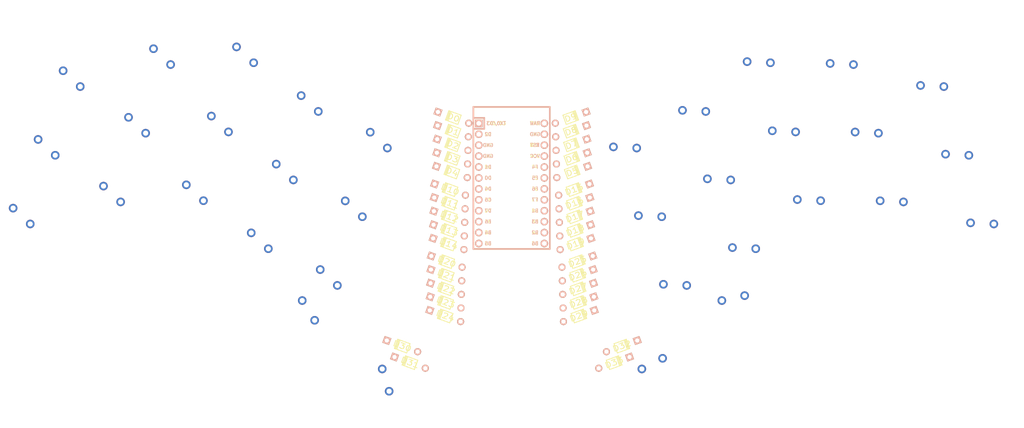
<source format=kicad_pcb>
(kicad_pcb (version 20171130) (host pcbnew "(5.1.10)-1")

  (general
    (thickness 1.6)
    (drawings 0)
    (tracks 0)
    (zones 0)
    (modules 69)
    (nets 59)
  )

  (page A4)
  (layers
    (0 F.Cu signal)
    (31 B.Cu signal)
    (32 B.Adhes user)
    (33 F.Adhes user)
    (34 B.Paste user)
    (35 F.Paste user)
    (36 B.SilkS user)
    (37 F.SilkS user)
    (38 B.Mask user)
    (39 F.Mask user)
    (40 Dwgs.User user)
    (41 Cmts.User user)
    (42 Eco1.User user)
    (43 Eco2.User user)
    (44 Edge.Cuts user)
    (45 Margin user)
    (46 B.CrtYd user)
    (47 F.CrtYd user)
    (48 B.Fab user)
    (49 F.Fab user)
  )

  (setup
    (last_trace_width 0.25)
    (trace_clearance 0.2)
    (zone_clearance 0.508)
    (zone_45_only no)
    (trace_min 0.2)
    (via_size 0.8)
    (via_drill 0.4)
    (via_min_size 0.4)
    (via_min_drill 0.3)
    (uvia_size 0.3)
    (uvia_drill 0.1)
    (uvias_allowed no)
    (uvia_min_size 0.2)
    (uvia_min_drill 0.1)
    (edge_width 0.05)
    (segment_width 0.2)
    (pcb_text_width 0.3)
    (pcb_text_size 1.5 1.5)
    (mod_edge_width 0.12)
    (mod_text_size 1 1)
    (mod_text_width 0.15)
    (pad_size 1.524 1.524)
    (pad_drill 0.762)
    (pad_to_mask_clearance 0)
    (aux_axis_origin 0 0)
    (visible_elements 7FFFFFFF)
    (pcbplotparams
      (layerselection 0x010fc_ffffffff)
      (usegerberextensions false)
      (usegerberattributes true)
      (usegerberadvancedattributes true)
      (creategerberjobfile true)
      (excludeedgelayer true)
      (linewidth 0.100000)
      (plotframeref false)
      (viasonmask false)
      (mode 1)
      (useauxorigin false)
      (hpglpennumber 1)
      (hpglpenspeed 20)
      (hpglpendiameter 15.000000)
      (psnegative false)
      (psa4output false)
      (plotreference true)
      (plotvalue true)
      (plotinvisibletext false)
      (padsonsilk false)
      (subtractmaskfromsilk false)
      (outputformat 1)
      (mirror false)
      (drillshape 1)
      (scaleselection 1)
      (outputdirectory ""))
  )

  (net 0 "")
  (net 1 "Net-(D0-Pad2)")
  (net 2 ROW0)
  (net 3 "Net-(D1-Pad2)")
  (net 4 "Net-(D2-Pad2)")
  (net 5 "Net-(D3-Pad2)")
  (net 6 "Net-(D4-Pad2)")
  (net 7 "Net-(D5-Pad2)")
  (net 8 "Net-(D6-Pad2)")
  (net 9 "Net-(D7-Pad2)")
  (net 10 "Net-(D8-Pad2)")
  (net 11 "Net-(D9-Pad2)")
  (net 12 "Net-(D10-Pad2)")
  (net 13 ROW1)
  (net 14 "Net-(D11-Pad2)")
  (net 15 "Net-(D12-Pad2)")
  (net 16 "Net-(D13-Pad2)")
  (net 17 "Net-(D14-Pad2)")
  (net 18 "Net-(D15-Pad2)")
  (net 19 "Net-(D16-Pad2)")
  (net 20 "Net-(D17-Pad2)")
  (net 21 "Net-(D18-Pad2)")
  (net 22 "Net-(D19-Pad2)")
  (net 23 "Net-(D20-Pad2)")
  (net 24 ROW2)
  (net 25 "Net-(D21-Pad2)")
  (net 26 "Net-(D22-Pad2)")
  (net 27 "Net-(D23-Pad2)")
  (net 28 "Net-(D24-Pad2)")
  (net 29 "Net-(D25-Pad2)")
  (net 30 "Net-(D26-Pad2)")
  (net 31 "Net-(D27-Pad2)")
  (net 32 "Net-(D28-Pad2)")
  (net 33 "Net-(D29-Pad2)")
  (net 34 "Net-(D30-Pad2)")
  (net 35 ROW3)
  (net 36 "Net-(D31-Pad2)")
  (net 37 "Net-(D32-Pad2)")
  (net 38 "Net-(D33-Pad2)")
  (net 39 COL0)
  (net 40 COL1)
  (net 41 COL2)
  (net 42 COL3)
  (net 43 COL4)
  (net 44 COL5)
  (net 45 COL6)
  (net 46 COL7)
  (net 47 COL8)
  (net 48 COL9)
  (net 49 "Net-(U0-Pad24)")
  (net 50 "Net-(U0-Pad23)")
  (net 51 "Net-(U0-Pad22)")
  (net 52 "Net-(U0-Pad21)")
  (net 53 "Net-(U0-Pad11)")
  (net 54 "Net-(U0-Pad5)")
  (net 55 "Net-(U0-Pad4)")
  (net 56 "Net-(U0-Pad3)")
  (net 57 "Net-(U0-Pad2)")
  (net 58 "Net-(U0-Pad1)")

  (net_class Default "This is the default net class."
    (clearance 0.2)
    (trace_width 0.25)
    (via_dia 0.8)
    (via_drill 0.4)
    (uvia_dia 0.3)
    (uvia_drill 0.1)
    (add_net COL0)
    (add_net COL1)
    (add_net COL2)
    (add_net COL3)
    (add_net COL4)
    (add_net COL5)
    (add_net COL6)
    (add_net COL7)
    (add_net COL8)
    (add_net COL9)
    (add_net "Net-(D0-Pad2)")
    (add_net "Net-(D1-Pad2)")
    (add_net "Net-(D10-Pad2)")
    (add_net "Net-(D11-Pad2)")
    (add_net "Net-(D12-Pad2)")
    (add_net "Net-(D13-Pad2)")
    (add_net "Net-(D14-Pad2)")
    (add_net "Net-(D15-Pad2)")
    (add_net "Net-(D16-Pad2)")
    (add_net "Net-(D17-Pad2)")
    (add_net "Net-(D18-Pad2)")
    (add_net "Net-(D19-Pad2)")
    (add_net "Net-(D2-Pad2)")
    (add_net "Net-(D20-Pad2)")
    (add_net "Net-(D21-Pad2)")
    (add_net "Net-(D22-Pad2)")
    (add_net "Net-(D23-Pad2)")
    (add_net "Net-(D24-Pad2)")
    (add_net "Net-(D25-Pad2)")
    (add_net "Net-(D26-Pad2)")
    (add_net "Net-(D27-Pad2)")
    (add_net "Net-(D28-Pad2)")
    (add_net "Net-(D29-Pad2)")
    (add_net "Net-(D3-Pad2)")
    (add_net "Net-(D30-Pad2)")
    (add_net "Net-(D31-Pad2)")
    (add_net "Net-(D32-Pad2)")
    (add_net "Net-(D33-Pad2)")
    (add_net "Net-(D4-Pad2)")
    (add_net "Net-(D5-Pad2)")
    (add_net "Net-(D6-Pad2)")
    (add_net "Net-(D7-Pad2)")
    (add_net "Net-(D8-Pad2)")
    (add_net "Net-(D9-Pad2)")
    (add_net "Net-(U0-Pad1)")
    (add_net "Net-(U0-Pad11)")
    (add_net "Net-(U0-Pad2)")
    (add_net "Net-(U0-Pad21)")
    (add_net "Net-(U0-Pad22)")
    (add_net "Net-(U0-Pad23)")
    (add_net "Net-(U0-Pad24)")
    (add_net "Net-(U0-Pad3)")
    (add_net "Net-(U0-Pad4)")
    (add_net "Net-(U0-Pad5)")
    (add_net ROW0)
    (add_net ROW1)
    (add_net ROW2)
    (add_net ROW3)
  )

  (module Kailh_Choc:KailhChoc-1U (layer F.Cu) (tedit 61709BBA) (tstamp 61709A21)
    (at 200.761919 100.640237 200)
    (path /5FD49C33)
    (fp_text reference MX26 (at 0 3.175 20) (layer Dwgs.User)
      (effects (font (size 1 1) (thickness 0.15)))
    )
    (fp_text value MX-NoLED (at 0 -7.9375 20) (layer Dwgs.User)
      (effects (font (size 1 1) (thickness 0.15)))
    )
    (fp_line (start 5 -7) (end 7 -7) (layer Dwgs.User) (width 0.15))
    (fp_line (start 7 -7) (end 7 -5) (layer Dwgs.User) (width 0.15))
    (fp_line (start 5 7) (end 7 7) (layer Dwgs.User) (width 0.15))
    (fp_line (start 7 7) (end 7 5) (layer Dwgs.User) (width 0.15))
    (fp_line (start -7 5) (end -7 7) (layer Dwgs.User) (width 0.15))
    (fp_line (start -7 7) (end -5 7) (layer Dwgs.User) (width 0.15))
    (fp_line (start -5 -7) (end -7 -7) (layer Dwgs.User) (width 0.15))
    (fp_line (start -7 -7) (end -7 -5) (layer Dwgs.User) (width 0.15))
    (pad 2 thru_hole circle (at 0 -5.9 200) (size 2 2) (drill 1.2) (layers *.Cu B.Mask)
      (net 30 "Net-(D26-Pad2)"))
    (pad "" np_thru_hole circle (at 0 0 200) (size 3.4 3.4) (drill 3.4) (layers *.Cu *.Mask))
    (pad 1 thru_hole circle (at 5 -3.8 200) (size 2 2) (drill 1.2) (layers *.Cu B.Mask)
      (net 45 COL6))
    (pad "" np_thru_hole circle (at -5.5 0 248.1) (size 1.9 1.9) (drill 1.9) (layers *.Cu *.Mask))
    (pad "" np_thru_hole circle (at 5.5 0 248.1) (size 1.9 1.9) (drill 1.9) (layers *.Cu *.Mask))
    (pad "" np_thru_hole circle (at -5.22 4.2 200) (size 1.2 1.2) (drill 1.2) (layers *.Cu *.Mask))
  )

  (module Kailh_Choc:KailhChoc-1U (layer F.Cu) (tedit 61709BBA) (tstamp 61709ABB)
    (at 198.284744 123.072299 35)
    (path /61783ADA)
    (fp_text reference MX33 (at 0 3.175 35) (layer Dwgs.User)
      (effects (font (size 1 1) (thickness 0.15)))
    )
    (fp_text value MX-NoLED (at 0 -7.9375 35) (layer Dwgs.User)
      (effects (font (size 1 1) (thickness 0.15)))
    )
    (fp_line (start -7 -7) (end -7 -5) (layer Dwgs.User) (width 0.15))
    (fp_line (start -5 -7) (end -7 -7) (layer Dwgs.User) (width 0.15))
    (fp_line (start -7 7) (end -5 7) (layer Dwgs.User) (width 0.15))
    (fp_line (start -7 5) (end -7 7) (layer Dwgs.User) (width 0.15))
    (fp_line (start 7 7) (end 7 5) (layer Dwgs.User) (width 0.15))
    (fp_line (start 5 7) (end 7 7) (layer Dwgs.User) (width 0.15))
    (fp_line (start 7 -7) (end 7 -5) (layer Dwgs.User) (width 0.15))
    (fp_line (start 5 -7) (end 7 -7) (layer Dwgs.User) (width 0.15))
    (pad "" np_thru_hole circle (at -5.22 4.2 35) (size 1.2 1.2) (drill 1.2) (layers *.Cu *.Mask))
    (pad "" np_thru_hole circle (at 5.5 0 83.1) (size 1.9 1.9) (drill 1.9) (layers *.Cu *.Mask))
    (pad "" np_thru_hole circle (at -5.5 0 83.1) (size 1.9 1.9) (drill 1.9) (layers *.Cu *.Mask))
    (pad 1 thru_hole circle (at 5 -3.8 35) (size 2 2) (drill 1.2) (layers *.Cu B.Mask)
      (net 45 COL6))
    (pad "" np_thru_hole circle (at 0 0 35) (size 3.4 3.4) (drill 3.4) (layers *.Cu *.Mask))
    (pad 2 thru_hole circle (at 0 -5.9 35) (size 2 2) (drill 1.2) (layers *.Cu B.Mask)
      (net 38 "Net-(D33-Pad2)"))
  )

  (module Kailh_Choc:KailhChoc-1U (layer F.Cu) (tedit 61709BBA) (tstamp 61709AA5)
    (at 180.817514 137.943274 50)
    (path /61783AE7)
    (fp_text reference MX32 (at 0 3.175 50) (layer Dwgs.User)
      (effects (font (size 1 1) (thickness 0.15)))
    )
    (fp_text value MX-NoLED (at 0 -7.9375 50) (layer Dwgs.User)
      (effects (font (size 1 1) (thickness 0.15)))
    )
    (fp_line (start 5 -7) (end 7 -7) (layer Dwgs.User) (width 0.15))
    (fp_line (start 7 -7) (end 7 -5) (layer Dwgs.User) (width 0.15))
    (fp_line (start 5 7) (end 7 7) (layer Dwgs.User) (width 0.15))
    (fp_line (start 7 7) (end 7 5) (layer Dwgs.User) (width 0.15))
    (fp_line (start -7 5) (end -7 7) (layer Dwgs.User) (width 0.15))
    (fp_line (start -7 7) (end -5 7) (layer Dwgs.User) (width 0.15))
    (fp_line (start -5 -7) (end -7 -7) (layer Dwgs.User) (width 0.15))
    (fp_line (start -7 -7) (end -7 -5) (layer Dwgs.User) (width 0.15))
    (pad 2 thru_hole circle (at 0 -5.9 50) (size 2 2) (drill 1.2) (layers *.Cu B.Mask)
      (net 37 "Net-(D32-Pad2)"))
    (pad "" np_thru_hole circle (at 0 0 50) (size 3.4 3.4) (drill 3.4) (layers *.Cu *.Mask))
    (pad 1 thru_hole circle (at 5 -3.8 50) (size 2 2) (drill 1.2) (layers *.Cu B.Mask)
      (net 44 COL5))
    (pad "" np_thru_hole circle (at -5.5 0 98.1) (size 1.9 1.9) (drill 1.9) (layers *.Cu *.Mask))
    (pad "" np_thru_hole circle (at 5.5 0 98.1) (size 1.9 1.9) (drill 1.9) (layers *.Cu *.Mask))
    (pad "" np_thru_hole circle (at -5.22 4.2 50) (size 1.2 1.2) (drill 1.2) (layers *.Cu *.Mask))
  )

  (module Kailh_Choc:KailhChoc-1U (layer F.Cu) (tedit 61709BBA) (tstamp 61709A8F)
    (at 111.401562 137.941345 310)
    (path /5FFB15FE)
    (fp_text reference MX31 (at 0 3.175 130) (layer Dwgs.User)
      (effects (font (size 1 1) (thickness 0.15)))
    )
    (fp_text value MX-NoLED (at 0 -7.9375 130) (layer Dwgs.User)
      (effects (font (size 1 1) (thickness 0.15)))
    )
    (fp_line (start -7 -7) (end -7 -5) (layer Dwgs.User) (width 0.15))
    (fp_line (start -5 -7) (end -7 -7) (layer Dwgs.User) (width 0.15))
    (fp_line (start -7 7) (end -5 7) (layer Dwgs.User) (width 0.15))
    (fp_line (start -7 5) (end -7 7) (layer Dwgs.User) (width 0.15))
    (fp_line (start 7 7) (end 7 5) (layer Dwgs.User) (width 0.15))
    (fp_line (start 5 7) (end 7 7) (layer Dwgs.User) (width 0.15))
    (fp_line (start 7 -7) (end 7 -5) (layer Dwgs.User) (width 0.15))
    (fp_line (start 5 -7) (end 7 -7) (layer Dwgs.User) (width 0.15))
    (pad "" np_thru_hole circle (at -5.22 4.2 310) (size 1.2 1.2) (drill 1.2) (layers *.Cu *.Mask))
    (pad "" np_thru_hole circle (at 5.5 0 358.1) (size 1.9 1.9) (drill 1.9) (layers *.Cu *.Mask))
    (pad "" np_thru_hole circle (at -5.5 0 358.1) (size 1.9 1.9) (drill 1.9) (layers *.Cu *.Mask))
    (pad 1 thru_hole circle (at 5 -3.8 310) (size 2 2) (drill 1.2) (layers *.Cu B.Mask)
      (net 43 COL4))
    (pad "" np_thru_hole circle (at 0 0 310) (size 3.4 3.4) (drill 3.4) (layers *.Cu *.Mask))
    (pad 2 thru_hole circle (at 0 -5.9 310) (size 2 2) (drill 1.2) (layers *.Cu B.Mask)
      (net 36 "Net-(D31-Pad2)"))
  )

  (module Kailh_Choc:KailhChoc-1U (layer F.Cu) (tedit 61709BBA) (tstamp 61709A79)
    (at 93.934331 123.070371 325)
    (path /5FD4B7A6)
    (fp_text reference MX30 (at 0 3.175 145) (layer Dwgs.User)
      (effects (font (size 1 1) (thickness 0.15)))
    )
    (fp_text value MX-NoLED (at 0 -7.9375 145) (layer Dwgs.User)
      (effects (font (size 1 1) (thickness 0.15)))
    )
    (fp_line (start -7 -7) (end -7 -5) (layer Dwgs.User) (width 0.15))
    (fp_line (start -5 -7) (end -7 -7) (layer Dwgs.User) (width 0.15))
    (fp_line (start -7 7) (end -5 7) (layer Dwgs.User) (width 0.15))
    (fp_line (start -7 5) (end -7 7) (layer Dwgs.User) (width 0.15))
    (fp_line (start 7 7) (end 7 5) (layer Dwgs.User) (width 0.15))
    (fp_line (start 5 7) (end 7 7) (layer Dwgs.User) (width 0.15))
    (fp_line (start 7 -7) (end 7 -5) (layer Dwgs.User) (width 0.15))
    (fp_line (start 5 -7) (end 7 -7) (layer Dwgs.User) (width 0.15))
    (pad "" np_thru_hole circle (at -5.22 4.2 325) (size 1.2 1.2) (drill 1.2) (layers *.Cu *.Mask))
    (pad "" np_thru_hole circle (at 5.5 0 13.1) (size 1.9 1.9) (drill 1.9) (layers *.Cu *.Mask))
    (pad "" np_thru_hole circle (at -5.5 0 13.1) (size 1.9 1.9) (drill 1.9) (layers *.Cu *.Mask))
    (pad 1 thru_hole circle (at 5 -3.8 325) (size 2 2) (drill 1.2) (layers *.Cu B.Mask)
      (net 42 COL3))
    (pad "" np_thru_hole circle (at 0 0 325) (size 3.4 3.4) (drill 3.4) (layers *.Cu *.Mask))
    (pad 2 thru_hole circle (at 0 -5.9 325) (size 2 2) (drill 1.2) (layers *.Cu B.Mask)
      (net 34 "Net-(D30-Pad2)"))
  )

  (module Kailh_Choc:KailhChoc-1U (layer F.Cu) (tedit 61709BBA) (tstamp 61709A63)
    (at 256.133537 94.88707 200)
    (path /5FD49C5A)
    (fp_text reference MX29 (at 0 3.175 20) (layer Dwgs.User)
      (effects (font (size 1 1) (thickness 0.15)))
    )
    (fp_text value MX-NoLED (at 0 -7.9375 20) (layer Dwgs.User)
      (effects (font (size 1 1) (thickness 0.15)))
    )
    (fp_line (start 5 -7) (end 7 -7) (layer Dwgs.User) (width 0.15))
    (fp_line (start 7 -7) (end 7 -5) (layer Dwgs.User) (width 0.15))
    (fp_line (start 5 7) (end 7 7) (layer Dwgs.User) (width 0.15))
    (fp_line (start 7 7) (end 7 5) (layer Dwgs.User) (width 0.15))
    (fp_line (start -7 5) (end -7 7) (layer Dwgs.User) (width 0.15))
    (fp_line (start -7 7) (end -5 7) (layer Dwgs.User) (width 0.15))
    (fp_line (start -5 -7) (end -7 -7) (layer Dwgs.User) (width 0.15))
    (fp_line (start -7 -7) (end -7 -5) (layer Dwgs.User) (width 0.15))
    (pad 2 thru_hole circle (at 0 -5.9 200) (size 2 2) (drill 1.2) (layers *.Cu B.Mask)
      (net 33 "Net-(D29-Pad2)"))
    (pad "" np_thru_hole circle (at 0 0 200) (size 3.4 3.4) (drill 3.4) (layers *.Cu *.Mask))
    (pad 1 thru_hole circle (at 5 -3.8 200) (size 2 2) (drill 1.2) (layers *.Cu B.Mask)
      (net 48 COL9))
    (pad "" np_thru_hole circle (at -5.5 0 248.1) (size 1.9 1.9) (drill 1.9) (layers *.Cu *.Mask))
    (pad "" np_thru_hole circle (at 5.5 0 248.1) (size 1.9 1.9) (drill 1.9) (layers *.Cu *.Mask))
    (pad "" np_thru_hole circle (at -5.22 4.2 200) (size 1.2 1.2) (drill 1.2) (layers *.Cu *.Mask))
  )

  (module Kailh_Choc:KailhChoc-1U (layer F.Cu) (tedit 61709BBA) (tstamp 61709A4D)
    (at 235.112092 89.759603 200)
    (path /5FD49C4D)
    (fp_text reference MX28 (at 0 3.175 20) (layer Dwgs.User)
      (effects (font (size 1 1) (thickness 0.15)))
    )
    (fp_text value MX-NoLED (at 0 -7.9375 20) (layer Dwgs.User)
      (effects (font (size 1 1) (thickness 0.15)))
    )
    (fp_line (start 5 -7) (end 7 -7) (layer Dwgs.User) (width 0.15))
    (fp_line (start 7 -7) (end 7 -5) (layer Dwgs.User) (width 0.15))
    (fp_line (start 5 7) (end 7 7) (layer Dwgs.User) (width 0.15))
    (fp_line (start 7 7) (end 7 5) (layer Dwgs.User) (width 0.15))
    (fp_line (start -7 5) (end -7 7) (layer Dwgs.User) (width 0.15))
    (fp_line (start -7 7) (end -5 7) (layer Dwgs.User) (width 0.15))
    (fp_line (start -5 -7) (end -7 -7) (layer Dwgs.User) (width 0.15))
    (fp_line (start -7 -7) (end -7 -5) (layer Dwgs.User) (width 0.15))
    (pad 2 thru_hole circle (at 0 -5.9 200) (size 2 2) (drill 1.2) (layers *.Cu B.Mask)
      (net 32 "Net-(D28-Pad2)"))
    (pad "" np_thru_hole circle (at 0 0 200) (size 3.4 3.4) (drill 3.4) (layers *.Cu *.Mask))
    (pad 1 thru_hole circle (at 5 -3.8 200) (size 2 2) (drill 1.2) (layers *.Cu B.Mask)
      (net 47 COL8))
    (pad "" np_thru_hole circle (at -5.5 0 248.1) (size 1.9 1.9) (drill 1.9) (layers *.Cu *.Mask))
    (pad "" np_thru_hole circle (at 5.5 0 248.1) (size 1.9 1.9) (drill 1.9) (layers *.Cu *.Mask))
    (pad "" np_thru_hole circle (at -5.22 4.2 200) (size 1.2 1.2) (drill 1.2) (layers *.Cu *.Mask))
  )

  (module Kailh_Choc:KailhChoc-1U (layer F.Cu) (tedit 61709BBA) (tstamp 61709A37)
    (at 215.85205 89.471554 200)
    (path /5FD49C40)
    (fp_text reference MX27 (at 0 3.175 20) (layer Dwgs.User)
      (effects (font (size 1 1) (thickness 0.15)))
    )
    (fp_text value MX-NoLED (at 0 -7.9375 20) (layer Dwgs.User)
      (effects (font (size 1 1) (thickness 0.15)))
    )
    (fp_line (start 5 -7) (end 7 -7) (layer Dwgs.User) (width 0.15))
    (fp_line (start 7 -7) (end 7 -5) (layer Dwgs.User) (width 0.15))
    (fp_line (start 5 7) (end 7 7) (layer Dwgs.User) (width 0.15))
    (fp_line (start 7 7) (end 7 5) (layer Dwgs.User) (width 0.15))
    (fp_line (start -7 5) (end -7 7) (layer Dwgs.User) (width 0.15))
    (fp_line (start -7 7) (end -5 7) (layer Dwgs.User) (width 0.15))
    (fp_line (start -5 -7) (end -7 -7) (layer Dwgs.User) (width 0.15))
    (fp_line (start -7 -7) (end -7 -5) (layer Dwgs.User) (width 0.15))
    (pad 2 thru_hole circle (at 0 -5.9 200) (size 2 2) (drill 1.2) (layers *.Cu B.Mask)
      (net 31 "Net-(D27-Pad2)"))
    (pad "" np_thru_hole circle (at 0 0 200) (size 3.4 3.4) (drill 3.4) (layers *.Cu *.Mask))
    (pad 1 thru_hole circle (at 5 -3.8 200) (size 2 2) (drill 1.2) (layers *.Cu B.Mask)
      (net 46 COL7))
    (pad "" np_thru_hole circle (at -5.5 0 248.1) (size 1.9 1.9) (drill 1.9) (layers *.Cu *.Mask))
    (pad "" np_thru_hole circle (at 5.5 0 248.1) (size 1.9 1.9) (drill 1.9) (layers *.Cu *.Mask))
    (pad "" np_thru_hole circle (at -5.22 4.2 200) (size 1.2 1.2) (drill 1.2) (layers *.Cu *.Mask))
  )

  (module Kailh_Choc:KailhChoc-1U (layer F.Cu) (tedit 61709BBA) (tstamp 61709A0B)
    (at 184.713446 109.175901 200)
    (path /5FD49C26)
    (fp_text reference MX25 (at 0 3.175 20) (layer Dwgs.User)
      (effects (font (size 1 1) (thickness 0.15)))
    )
    (fp_text value MX-NoLED (at 0 -7.9375 20) (layer Dwgs.User)
      (effects (font (size 1 1) (thickness 0.15)))
    )
    (fp_line (start 5 -7) (end 7 -7) (layer Dwgs.User) (width 0.15))
    (fp_line (start 7 -7) (end 7 -5) (layer Dwgs.User) (width 0.15))
    (fp_line (start 5 7) (end 7 7) (layer Dwgs.User) (width 0.15))
    (fp_line (start 7 7) (end 7 5) (layer Dwgs.User) (width 0.15))
    (fp_line (start -7 5) (end -7 7) (layer Dwgs.User) (width 0.15))
    (fp_line (start -7 7) (end -5 7) (layer Dwgs.User) (width 0.15))
    (fp_line (start -5 -7) (end -7 -7) (layer Dwgs.User) (width 0.15))
    (fp_line (start -7 -7) (end -7 -5) (layer Dwgs.User) (width 0.15))
    (pad 2 thru_hole circle (at 0 -5.9 200) (size 2 2) (drill 1.2) (layers *.Cu B.Mask)
      (net 29 "Net-(D25-Pad2)"))
    (pad "" np_thru_hole circle (at 0 0 200) (size 3.4 3.4) (drill 3.4) (layers *.Cu *.Mask))
    (pad 1 thru_hole circle (at 5 -3.8 200) (size 2 2) (drill 1.2) (layers *.Cu B.Mask)
      (net 44 COL5))
    (pad "" np_thru_hole circle (at -5.5 0 248.1) (size 1.9 1.9) (drill 1.9) (layers *.Cu *.Mask))
    (pad "" np_thru_hole circle (at 5.5 0 248.1) (size 1.9 1.9) (drill 1.9) (layers *.Cu *.Mask))
    (pad "" np_thru_hole circle (at -5.22 4.2 200) (size 1.2 1.2) (drill 1.2) (layers *.Cu *.Mask))
  )

  (module Kailh_Choc:KailhChoc-1U (layer F.Cu) (tedit 61709BBA) (tstamp 617099F5)
    (at 107.505629 109.173973 160)
    (path /5FD49C19)
    (fp_text reference MX24 (at 0 3.175 160) (layer Dwgs.User)
      (effects (font (size 1 1) (thickness 0.15)))
    )
    (fp_text value MX-NoLED (at 0 -7.9375 160) (layer Dwgs.User)
      (effects (font (size 1 1) (thickness 0.15)))
    )
    (fp_line (start -7 -7) (end -7 -5) (layer Dwgs.User) (width 0.15))
    (fp_line (start -5 -7) (end -7 -7) (layer Dwgs.User) (width 0.15))
    (fp_line (start -7 7) (end -5 7) (layer Dwgs.User) (width 0.15))
    (fp_line (start -7 5) (end -7 7) (layer Dwgs.User) (width 0.15))
    (fp_line (start 7 7) (end 7 5) (layer Dwgs.User) (width 0.15))
    (fp_line (start 5 7) (end 7 7) (layer Dwgs.User) (width 0.15))
    (fp_line (start 7 -7) (end 7 -5) (layer Dwgs.User) (width 0.15))
    (fp_line (start 5 -7) (end 7 -7) (layer Dwgs.User) (width 0.15))
    (pad "" np_thru_hole circle (at -5.22 4.2 160) (size 1.2 1.2) (drill 1.2) (layers *.Cu *.Mask))
    (pad "" np_thru_hole circle (at 5.5 0 208.1) (size 1.9 1.9) (drill 1.9) (layers *.Cu *.Mask))
    (pad "" np_thru_hole circle (at -5.5 0 208.1) (size 1.9 1.9) (drill 1.9) (layers *.Cu *.Mask))
    (pad 1 thru_hole circle (at 5 -3.8 160) (size 2 2) (drill 1.2) (layers *.Cu B.Mask)
      (net 43 COL4))
    (pad "" np_thru_hole circle (at 0 0 160) (size 3.4 3.4) (drill 3.4) (layers *.Cu *.Mask))
    (pad 2 thru_hole circle (at 0 -5.9 160) (size 2 2) (drill 1.2) (layers *.Cu B.Mask)
      (net 28 "Net-(D24-Pad2)"))
  )

  (module Kailh_Choc:KailhChoc-1U (layer F.Cu) (tedit 61709BBA) (tstamp 617099DF)
    (at 91.457157 100.638308 160)
    (path /5FD49C0C)
    (fp_text reference MX23 (at 0 3.175 160) (layer Dwgs.User)
      (effects (font (size 1 1) (thickness 0.15)))
    )
    (fp_text value MX-NoLED (at 0 -7.9375 160) (layer Dwgs.User)
      (effects (font (size 1 1) (thickness 0.15)))
    )
    (fp_line (start -7 -7) (end -7 -5) (layer Dwgs.User) (width 0.15))
    (fp_line (start -5 -7) (end -7 -7) (layer Dwgs.User) (width 0.15))
    (fp_line (start -7 7) (end -5 7) (layer Dwgs.User) (width 0.15))
    (fp_line (start -7 5) (end -7 7) (layer Dwgs.User) (width 0.15))
    (fp_line (start 7 7) (end 7 5) (layer Dwgs.User) (width 0.15))
    (fp_line (start 5 7) (end 7 7) (layer Dwgs.User) (width 0.15))
    (fp_line (start 7 -7) (end 7 -5) (layer Dwgs.User) (width 0.15))
    (fp_line (start 5 -7) (end 7 -7) (layer Dwgs.User) (width 0.15))
    (pad "" np_thru_hole circle (at -5.22 4.2 160) (size 1.2 1.2) (drill 1.2) (layers *.Cu *.Mask))
    (pad "" np_thru_hole circle (at 5.5 0 208.1) (size 1.9 1.9) (drill 1.9) (layers *.Cu *.Mask))
    (pad "" np_thru_hole circle (at -5.5 0 208.1) (size 1.9 1.9) (drill 1.9) (layers *.Cu *.Mask))
    (pad 1 thru_hole circle (at 5 -3.8 160) (size 2 2) (drill 1.2) (layers *.Cu B.Mask)
      (net 42 COL3))
    (pad "" np_thru_hole circle (at 0 0 160) (size 3.4 3.4) (drill 3.4) (layers *.Cu *.Mask))
    (pad 2 thru_hole circle (at 0 -5.9 160) (size 2 2) (drill 1.2) (layers *.Cu B.Mask)
      (net 27 "Net-(D23-Pad2)"))
  )

  (module Kailh_Choc:KailhChoc-1U (layer F.Cu) (tedit 61709BBA) (tstamp 617099C9)
    (at 76.367025 89.469625 160)
    (path /5FD49BFF)
    (fp_text reference MX22 (at 0 3.175 160) (layer Dwgs.User)
      (effects (font (size 1 1) (thickness 0.15)))
    )
    (fp_text value MX-NoLED (at 0 -7.9375 160) (layer Dwgs.User)
      (effects (font (size 1 1) (thickness 0.15)))
    )
    (fp_line (start -7 -7) (end -7 -5) (layer Dwgs.User) (width 0.15))
    (fp_line (start -5 -7) (end -7 -7) (layer Dwgs.User) (width 0.15))
    (fp_line (start -7 7) (end -5 7) (layer Dwgs.User) (width 0.15))
    (fp_line (start -7 5) (end -7 7) (layer Dwgs.User) (width 0.15))
    (fp_line (start 7 7) (end 7 5) (layer Dwgs.User) (width 0.15))
    (fp_line (start 5 7) (end 7 7) (layer Dwgs.User) (width 0.15))
    (fp_line (start 7 -7) (end 7 -5) (layer Dwgs.User) (width 0.15))
    (fp_line (start 5 -7) (end 7 -7) (layer Dwgs.User) (width 0.15))
    (pad "" np_thru_hole circle (at -5.22 4.2 160) (size 1.2 1.2) (drill 1.2) (layers *.Cu *.Mask))
    (pad "" np_thru_hole circle (at 5.5 0 208.1) (size 1.9 1.9) (drill 1.9) (layers *.Cu *.Mask))
    (pad "" np_thru_hole circle (at -5.5 0 208.1) (size 1.9 1.9) (drill 1.9) (layers *.Cu *.Mask))
    (pad 1 thru_hole circle (at 5 -3.8 160) (size 2 2) (drill 1.2) (layers *.Cu B.Mask)
      (net 41 COL2))
    (pad "" np_thru_hole circle (at 0 0 160) (size 3.4 3.4) (drill 3.4) (layers *.Cu *.Mask))
    (pad 2 thru_hole circle (at 0 -5.9 160) (size 2 2) (drill 1.2) (layers *.Cu B.Mask)
      (net 26 "Net-(D22-Pad2)"))
  )

  (module Kailh_Choc:KailhChoc-1U (layer F.Cu) (tedit 61709BBA) (tstamp 617099B3)
    (at 57.106984 89.757675 160)
    (path /5FD49BF2)
    (fp_text reference MX21 (at 0 3.175 160) (layer Dwgs.User)
      (effects (font (size 1 1) (thickness 0.15)))
    )
    (fp_text value MX-NoLED (at 0 -7.9375 160) (layer Dwgs.User)
      (effects (font (size 1 1) (thickness 0.15)))
    )
    (fp_line (start -7 -7) (end -7 -5) (layer Dwgs.User) (width 0.15))
    (fp_line (start -5 -7) (end -7 -7) (layer Dwgs.User) (width 0.15))
    (fp_line (start -7 7) (end -5 7) (layer Dwgs.User) (width 0.15))
    (fp_line (start -7 5) (end -7 7) (layer Dwgs.User) (width 0.15))
    (fp_line (start 7 7) (end 7 5) (layer Dwgs.User) (width 0.15))
    (fp_line (start 5 7) (end 7 7) (layer Dwgs.User) (width 0.15))
    (fp_line (start 7 -7) (end 7 -5) (layer Dwgs.User) (width 0.15))
    (fp_line (start 5 -7) (end 7 -7) (layer Dwgs.User) (width 0.15))
    (pad "" np_thru_hole circle (at -5.22 4.2 160) (size 1.2 1.2) (drill 1.2) (layers *.Cu *.Mask))
    (pad "" np_thru_hole circle (at 5.5 0 208.1) (size 1.9 1.9) (drill 1.9) (layers *.Cu *.Mask))
    (pad "" np_thru_hole circle (at -5.5 0 208.1) (size 1.9 1.9) (drill 1.9) (layers *.Cu *.Mask))
    (pad 1 thru_hole circle (at 5 -3.8 160) (size 2 2) (drill 1.2) (layers *.Cu B.Mask)
      (net 40 COL1))
    (pad "" np_thru_hole circle (at 0 0 160) (size 3.4 3.4) (drill 3.4) (layers *.Cu *.Mask))
    (pad 2 thru_hole circle (at 0 -5.9 160) (size 2 2) (drill 1.2) (layers *.Cu B.Mask)
      (net 25 "Net-(D21-Pad2)"))
  )

  (module Kailh_Choc:KailhChoc-1U (layer F.Cu) (tedit 61709BBA) (tstamp 6170999D)
    (at 36.085539 94.885141 160)
    (path /5FD49BE5)
    (fp_text reference MX20 (at 0 3.175 160) (layer Dwgs.User)
      (effects (font (size 1 1) (thickness 0.15)))
    )
    (fp_text value MX-NoLED (at 0 -7.9375 160) (layer Dwgs.User)
      (effects (font (size 1 1) (thickness 0.15)))
    )
    (fp_line (start -7 -7) (end -7 -5) (layer Dwgs.User) (width 0.15))
    (fp_line (start -5 -7) (end -7 -7) (layer Dwgs.User) (width 0.15))
    (fp_line (start -7 7) (end -5 7) (layer Dwgs.User) (width 0.15))
    (fp_line (start -7 5) (end -7 7) (layer Dwgs.User) (width 0.15))
    (fp_line (start 7 7) (end 7 5) (layer Dwgs.User) (width 0.15))
    (fp_line (start 5 7) (end 7 7) (layer Dwgs.User) (width 0.15))
    (fp_line (start 7 -7) (end 7 -5) (layer Dwgs.User) (width 0.15))
    (fp_line (start 5 -7) (end 7 -7) (layer Dwgs.User) (width 0.15))
    (pad "" np_thru_hole circle (at -5.22 4.2 160) (size 1.2 1.2) (drill 1.2) (layers *.Cu *.Mask))
    (pad "" np_thru_hole circle (at 5.5 0 208.1) (size 1.9 1.9) (drill 1.9) (layers *.Cu *.Mask))
    (pad "" np_thru_hole circle (at -5.5 0 208.1) (size 1.9 1.9) (drill 1.9) (layers *.Cu *.Mask))
    (pad 1 thru_hole circle (at 5 -3.8 160) (size 2 2) (drill 1.2) (layers *.Cu B.Mask)
      (net 39 COL0))
    (pad "" np_thru_hole circle (at 0 0 160) (size 3.4 3.4) (drill 3.4) (layers *.Cu *.Mask))
    (pad 2 thru_hole circle (at 0 -5.9 160) (size 2 2) (drill 1.2) (layers *.Cu B.Mask)
      (net 23 "Net-(D20-Pad2)"))
  )

  (module Kailh_Choc:KailhChoc-1U (layer F.Cu) (tedit 61709BBA) (tstamp 61709987)
    (at 250.319194 78.912295 200)
    (path /5FD3F04B)
    (fp_text reference MX19 (at 0 3.175 20) (layer Dwgs.User)
      (effects (font (size 1 1) (thickness 0.15)))
    )
    (fp_text value MX-NoLED (at 0 -7.9375 20) (layer Dwgs.User)
      (effects (font (size 1 1) (thickness 0.15)))
    )
    (fp_line (start 5 -7) (end 7 -7) (layer Dwgs.User) (width 0.15))
    (fp_line (start 7 -7) (end 7 -5) (layer Dwgs.User) (width 0.15))
    (fp_line (start 5 7) (end 7 7) (layer Dwgs.User) (width 0.15))
    (fp_line (start 7 7) (end 7 5) (layer Dwgs.User) (width 0.15))
    (fp_line (start -7 5) (end -7 7) (layer Dwgs.User) (width 0.15))
    (fp_line (start -7 7) (end -5 7) (layer Dwgs.User) (width 0.15))
    (fp_line (start -5 -7) (end -7 -7) (layer Dwgs.User) (width 0.15))
    (fp_line (start -7 -7) (end -7 -5) (layer Dwgs.User) (width 0.15))
    (pad 2 thru_hole circle (at 0 -5.9 200) (size 2 2) (drill 1.2) (layers *.Cu B.Mask)
      (net 22 "Net-(D19-Pad2)"))
    (pad "" np_thru_hole circle (at 0 0 200) (size 3.4 3.4) (drill 3.4) (layers *.Cu *.Mask))
    (pad 1 thru_hole circle (at 5 -3.8 200) (size 2 2) (drill 1.2) (layers *.Cu B.Mask)
      (net 48 COL9))
    (pad "" np_thru_hole circle (at -5.5 0 248.1) (size 1.9 1.9) (drill 1.9) (layers *.Cu *.Mask))
    (pad "" np_thru_hole circle (at 5.5 0 248.1) (size 1.9 1.9) (drill 1.9) (layers *.Cu *.Mask))
    (pad "" np_thru_hole circle (at -5.22 4.2 200) (size 1.2 1.2) (drill 1.2) (layers *.Cu *.Mask))
  )

  (module Kailh_Choc:KailhChoc-1U (layer F.Cu) (tedit 61709BBA) (tstamp 61709971)
    (at 229.291593 73.767914 200)
    (path /5FD3F03E)
    (fp_text reference MX18 (at 0 3.175 20) (layer Dwgs.User)
      (effects (font (size 1 1) (thickness 0.15)))
    )
    (fp_text value MX-NoLED (at 0 -7.9375 20) (layer Dwgs.User)
      (effects (font (size 1 1) (thickness 0.15)))
    )
    (fp_line (start 5 -7) (end 7 -7) (layer Dwgs.User) (width 0.15))
    (fp_line (start 7 -7) (end 7 -5) (layer Dwgs.User) (width 0.15))
    (fp_line (start 5 7) (end 7 7) (layer Dwgs.User) (width 0.15))
    (fp_line (start 7 7) (end 7 5) (layer Dwgs.User) (width 0.15))
    (fp_line (start -7 5) (end -7 7) (layer Dwgs.User) (width 0.15))
    (fp_line (start -7 7) (end -5 7) (layer Dwgs.User) (width 0.15))
    (fp_line (start -5 -7) (end -7 -7) (layer Dwgs.User) (width 0.15))
    (fp_line (start -7 -7) (end -7 -5) (layer Dwgs.User) (width 0.15))
    (pad 2 thru_hole circle (at 0 -5.9 200) (size 2 2) (drill 1.2) (layers *.Cu B.Mask)
      (net 21 "Net-(D18-Pad2)"))
    (pad "" np_thru_hole circle (at 0 0 200) (size 3.4 3.4) (drill 3.4) (layers *.Cu *.Mask))
    (pad 1 thru_hole circle (at 5 -3.8 200) (size 2 2) (drill 1.2) (layers *.Cu B.Mask)
      (net 47 COL8))
    (pad "" np_thru_hole circle (at -5.5 0 248.1) (size 1.9 1.9) (drill 1.9) (layers *.Cu *.Mask))
    (pad "" np_thru_hole circle (at 5.5 0 248.1) (size 1.9 1.9) (drill 1.9) (layers *.Cu *.Mask))
    (pad "" np_thru_hole circle (at -5.22 4.2 200) (size 1.2 1.2) (drill 1.2) (layers *.Cu *.Mask))
  )

  (module Kailh_Choc:KailhChoc-1U (layer F.Cu) (tedit 61709BBA) (tstamp 6170995B)
    (at 210.031552 73.479865 200)
    (path /5FD3F031)
    (fp_text reference MX17 (at 0 3.175 20) (layer Dwgs.User)
      (effects (font (size 1 1) (thickness 0.15)))
    )
    (fp_text value MX-NoLED (at 0 -7.9375 20) (layer Dwgs.User)
      (effects (font (size 1 1) (thickness 0.15)))
    )
    (fp_line (start 5 -7) (end 7 -7) (layer Dwgs.User) (width 0.15))
    (fp_line (start 7 -7) (end 7 -5) (layer Dwgs.User) (width 0.15))
    (fp_line (start 5 7) (end 7 7) (layer Dwgs.User) (width 0.15))
    (fp_line (start 7 7) (end 7 5) (layer Dwgs.User) (width 0.15))
    (fp_line (start -7 5) (end -7 7) (layer Dwgs.User) (width 0.15))
    (fp_line (start -7 7) (end -5 7) (layer Dwgs.User) (width 0.15))
    (fp_line (start -5 -7) (end -7 -7) (layer Dwgs.User) (width 0.15))
    (fp_line (start -7 -7) (end -7 -5) (layer Dwgs.User) (width 0.15))
    (pad 2 thru_hole circle (at 0 -5.9 200) (size 2 2) (drill 1.2) (layers *.Cu B.Mask)
      (net 20 "Net-(D17-Pad2)"))
    (pad "" np_thru_hole circle (at 0 0 200) (size 3.4 3.4) (drill 3.4) (layers *.Cu *.Mask))
    (pad 1 thru_hole circle (at 5 -3.8 200) (size 2 2) (drill 1.2) (layers *.Cu B.Mask)
      (net 46 COL7))
    (pad "" np_thru_hole circle (at -5.5 0 248.1) (size 1.9 1.9) (drill 1.9) (layers *.Cu *.Mask))
    (pad "" np_thru_hole circle (at 5.5 0 248.1) (size 1.9 1.9) (drill 1.9) (layers *.Cu *.Mask))
    (pad "" np_thru_hole circle (at -5.22 4.2 200) (size 1.2 1.2) (drill 1.2) (layers *.Cu *.Mask))
  )

  (module Kailh_Choc:KailhChoc-1U (layer F.Cu) (tedit 61709BBA) (tstamp 61709945)
    (at 194.94142 84.648548 200)
    (path /5FD3F024)
    (fp_text reference MX16 (at 0 3.175 20) (layer Dwgs.User)
      (effects (font (size 1 1) (thickness 0.15)))
    )
    (fp_text value MX-NoLED (at 0 -7.9375 20) (layer Dwgs.User)
      (effects (font (size 1 1) (thickness 0.15)))
    )
    (fp_line (start 5 -7) (end 7 -7) (layer Dwgs.User) (width 0.15))
    (fp_line (start 7 -7) (end 7 -5) (layer Dwgs.User) (width 0.15))
    (fp_line (start 5 7) (end 7 7) (layer Dwgs.User) (width 0.15))
    (fp_line (start 7 7) (end 7 5) (layer Dwgs.User) (width 0.15))
    (fp_line (start -7 5) (end -7 7) (layer Dwgs.User) (width 0.15))
    (fp_line (start -7 7) (end -5 7) (layer Dwgs.User) (width 0.15))
    (fp_line (start -5 -7) (end -7 -7) (layer Dwgs.User) (width 0.15))
    (fp_line (start -7 -7) (end -7 -5) (layer Dwgs.User) (width 0.15))
    (pad 2 thru_hole circle (at 0 -5.9 200) (size 2 2) (drill 1.2) (layers *.Cu B.Mask)
      (net 19 "Net-(D16-Pad2)"))
    (pad "" np_thru_hole circle (at 0 0 200) (size 3.4 3.4) (drill 3.4) (layers *.Cu *.Mask))
    (pad 1 thru_hole circle (at 5 -3.8 200) (size 2 2) (drill 1.2) (layers *.Cu B.Mask)
      (net 45 COL6))
    (pad "" np_thru_hole circle (at -5.5 0 248.1) (size 1.9 1.9) (drill 1.9) (layers *.Cu *.Mask))
    (pad "" np_thru_hole circle (at 5.5 0 248.1) (size 1.9 1.9) (drill 1.9) (layers *.Cu *.Mask))
    (pad "" np_thru_hole circle (at -5.22 4.2 200) (size 1.2 1.2) (drill 1.2) (layers *.Cu *.Mask))
  )

  (module Kailh_Choc:KailhChoc-1U (layer F.Cu) (tedit 61709BBA) (tstamp 6170992F)
    (at 178.899104 93.201127 200)
    (path /5FD3F017)
    (fp_text reference MX15 (at 0 3.175 20) (layer Dwgs.User)
      (effects (font (size 1 1) (thickness 0.15)))
    )
    (fp_text value MX-NoLED (at 0 -7.9375 20) (layer Dwgs.User)
      (effects (font (size 1 1) (thickness 0.15)))
    )
    (fp_line (start 5 -7) (end 7 -7) (layer Dwgs.User) (width 0.15))
    (fp_line (start 7 -7) (end 7 -5) (layer Dwgs.User) (width 0.15))
    (fp_line (start 5 7) (end 7 7) (layer Dwgs.User) (width 0.15))
    (fp_line (start 7 7) (end 7 5) (layer Dwgs.User) (width 0.15))
    (fp_line (start -7 5) (end -7 7) (layer Dwgs.User) (width 0.15))
    (fp_line (start -7 7) (end -5 7) (layer Dwgs.User) (width 0.15))
    (fp_line (start -5 -7) (end -7 -7) (layer Dwgs.User) (width 0.15))
    (fp_line (start -7 -7) (end -7 -5) (layer Dwgs.User) (width 0.15))
    (pad 2 thru_hole circle (at 0 -5.9 200) (size 2 2) (drill 1.2) (layers *.Cu B.Mask)
      (net 18 "Net-(D15-Pad2)"))
    (pad "" np_thru_hole circle (at 0 0 200) (size 3.4 3.4) (drill 3.4) (layers *.Cu *.Mask))
    (pad 1 thru_hole circle (at 5 -3.8 200) (size 2 2) (drill 1.2) (layers *.Cu B.Mask)
      (net 44 COL5))
    (pad "" np_thru_hole circle (at -5.5 0 248.1) (size 1.9 1.9) (drill 1.9) (layers *.Cu *.Mask))
    (pad "" np_thru_hole circle (at 5.5 0 248.1) (size 1.9 1.9) (drill 1.9) (layers *.Cu *.Mask))
    (pad "" np_thru_hole circle (at -5.22 4.2 200) (size 1.2 1.2) (drill 1.2) (layers *.Cu *.Mask))
  )

  (module Kailh_Choc:KailhChoc-1U (layer F.Cu) (tedit 61709BBA) (tstamp 61709919)
    (at 113.319971 93.199198 160)
    (path /5FD3F00A)
    (fp_text reference MX14 (at 0 3.175 160) (layer Dwgs.User)
      (effects (font (size 1 1) (thickness 0.15)))
    )
    (fp_text value MX-NoLED (at 0 -7.9375 160) (layer Dwgs.User)
      (effects (font (size 1 1) (thickness 0.15)))
    )
    (fp_line (start 5 -7) (end 7 -7) (layer Dwgs.User) (width 0.15))
    (fp_line (start 7 -7) (end 7 -5) (layer Dwgs.User) (width 0.15))
    (fp_line (start 5 7) (end 7 7) (layer Dwgs.User) (width 0.15))
    (fp_line (start 7 7) (end 7 5) (layer Dwgs.User) (width 0.15))
    (fp_line (start -7 5) (end -7 7) (layer Dwgs.User) (width 0.15))
    (fp_line (start -7 7) (end -5 7) (layer Dwgs.User) (width 0.15))
    (fp_line (start -5 -7) (end -7 -7) (layer Dwgs.User) (width 0.15))
    (fp_line (start -7 -7) (end -7 -5) (layer Dwgs.User) (width 0.15))
    (pad 2 thru_hole circle (at 0 -5.9 160) (size 2 2) (drill 1.2) (layers *.Cu B.Mask)
      (net 17 "Net-(D14-Pad2)"))
    (pad "" np_thru_hole circle (at 0 0 160) (size 3.4 3.4) (drill 3.4) (layers *.Cu *.Mask))
    (pad 1 thru_hole circle (at 5 -3.8 160) (size 2 2) (drill 1.2) (layers *.Cu B.Mask)
      (net 43 COL4))
    (pad "" np_thru_hole circle (at -5.5 0 208.1) (size 1.9 1.9) (drill 1.9) (layers *.Cu *.Mask))
    (pad "" np_thru_hole circle (at 5.5 0 208.1) (size 1.9 1.9) (drill 1.9) (layers *.Cu *.Mask))
    (pad "" np_thru_hole circle (at -5.22 4.2 160) (size 1.2 1.2) (drill 1.2) (layers *.Cu *.Mask))
  )

  (module Kailh_Choc:KailhChoc-1U (layer F.Cu) (tedit 61709BBA) (tstamp 61709903)
    (at 97.277656 84.646619 160)
    (path /5FD3EFFD)
    (fp_text reference MX13 (at 0 3.175 160) (layer Dwgs.User)
      (effects (font (size 1 1) (thickness 0.15)))
    )
    (fp_text value MX-NoLED (at 0 -7.9375 160) (layer Dwgs.User)
      (effects (font (size 1 1) (thickness 0.15)))
    )
    (fp_line (start -7 -7) (end -7 -5) (layer Dwgs.User) (width 0.15))
    (fp_line (start -5 -7) (end -7 -7) (layer Dwgs.User) (width 0.15))
    (fp_line (start -7 7) (end -5 7) (layer Dwgs.User) (width 0.15))
    (fp_line (start -7 5) (end -7 7) (layer Dwgs.User) (width 0.15))
    (fp_line (start 7 7) (end 7 5) (layer Dwgs.User) (width 0.15))
    (fp_line (start 5 7) (end 7 7) (layer Dwgs.User) (width 0.15))
    (fp_line (start 7 -7) (end 7 -5) (layer Dwgs.User) (width 0.15))
    (fp_line (start 5 -7) (end 7 -7) (layer Dwgs.User) (width 0.15))
    (pad "" np_thru_hole circle (at -5.22 4.2 160) (size 1.2 1.2) (drill 1.2) (layers *.Cu *.Mask))
    (pad "" np_thru_hole circle (at 5.5 0 208.1) (size 1.9 1.9) (drill 1.9) (layers *.Cu *.Mask))
    (pad "" np_thru_hole circle (at -5.5 0 208.1) (size 1.9 1.9) (drill 1.9) (layers *.Cu *.Mask))
    (pad 1 thru_hole circle (at 5 -3.8 160) (size 2 2) (drill 1.2) (layers *.Cu B.Mask)
      (net 42 COL3))
    (pad "" np_thru_hole circle (at 0 0 160) (size 3.4 3.4) (drill 3.4) (layers *.Cu *.Mask))
    (pad 2 thru_hole circle (at 0 -5.9 160) (size 2 2) (drill 1.2) (layers *.Cu B.Mask)
      (net 16 "Net-(D13-Pad2)"))
  )

  (module Kailh_Choc:KailhChoc-1U (layer F.Cu) (tedit 61709BBA) (tstamp 617098ED)
    (at 82.187524 73.477936 160)
    (path /5FD3EFF0)
    (fp_text reference MX12 (at 0 3.175 160) (layer Dwgs.User)
      (effects (font (size 1 1) (thickness 0.15)))
    )
    (fp_text value MX-NoLED (at 0 -7.9375 160) (layer Dwgs.User)
      (effects (font (size 1 1) (thickness 0.15)))
    )
    (fp_line (start -7 -7) (end -7 -5) (layer Dwgs.User) (width 0.15))
    (fp_line (start -5 -7) (end -7 -7) (layer Dwgs.User) (width 0.15))
    (fp_line (start -7 7) (end -5 7) (layer Dwgs.User) (width 0.15))
    (fp_line (start -7 5) (end -7 7) (layer Dwgs.User) (width 0.15))
    (fp_line (start 7 7) (end 7 5) (layer Dwgs.User) (width 0.15))
    (fp_line (start 5 7) (end 7 7) (layer Dwgs.User) (width 0.15))
    (fp_line (start 7 -7) (end 7 -5) (layer Dwgs.User) (width 0.15))
    (fp_line (start 5 -7) (end 7 -7) (layer Dwgs.User) (width 0.15))
    (pad "" np_thru_hole circle (at -5.22 4.2 160) (size 1.2 1.2) (drill 1.2) (layers *.Cu *.Mask))
    (pad "" np_thru_hole circle (at 5.5 0 208.1) (size 1.9 1.9) (drill 1.9) (layers *.Cu *.Mask))
    (pad "" np_thru_hole circle (at -5.5 0 208.1) (size 1.9 1.9) (drill 1.9) (layers *.Cu *.Mask))
    (pad 1 thru_hole circle (at 5 -3.8 160) (size 2 2) (drill 1.2) (layers *.Cu B.Mask)
      (net 41 COL2))
    (pad "" np_thru_hole circle (at 0 0 160) (size 3.4 3.4) (drill 3.4) (layers *.Cu *.Mask))
    (pad 2 thru_hole circle (at 0 -5.9 160) (size 2 2) (drill 1.2) (layers *.Cu B.Mask)
      (net 15 "Net-(D12-Pad2)"))
  )

  (module Kailh_Choc:KailhChoc-1U (layer F.Cu) (tedit 61709BBA) (tstamp 617098D7)
    (at 62.927482 73.765986 160)
    (path /5FD3EFE3)
    (fp_text reference MX11 (at 0 3.175 160) (layer Dwgs.User)
      (effects (font (size 1 1) (thickness 0.15)))
    )
    (fp_text value MX-NoLED (at 0 -7.9375 160) (layer Dwgs.User)
      (effects (font (size 1 1) (thickness 0.15)))
    )
    (fp_line (start -7 -7) (end -7 -5) (layer Dwgs.User) (width 0.15))
    (fp_line (start -5 -7) (end -7 -7) (layer Dwgs.User) (width 0.15))
    (fp_line (start -7 7) (end -5 7) (layer Dwgs.User) (width 0.15))
    (fp_line (start -7 5) (end -7 7) (layer Dwgs.User) (width 0.15))
    (fp_line (start 7 7) (end 7 5) (layer Dwgs.User) (width 0.15))
    (fp_line (start 5 7) (end 7 7) (layer Dwgs.User) (width 0.15))
    (fp_line (start 7 -7) (end 7 -5) (layer Dwgs.User) (width 0.15))
    (fp_line (start 5 -7) (end 7 -7) (layer Dwgs.User) (width 0.15))
    (pad "" np_thru_hole circle (at -5.22 4.2 160) (size 1.2 1.2) (drill 1.2) (layers *.Cu *.Mask))
    (pad "" np_thru_hole circle (at 5.5 0 208.1) (size 1.9 1.9) (drill 1.9) (layers *.Cu *.Mask))
    (pad "" np_thru_hole circle (at -5.5 0 208.1) (size 1.9 1.9) (drill 1.9) (layers *.Cu *.Mask))
    (pad 1 thru_hole circle (at 5 -3.8 160) (size 2 2) (drill 1.2) (layers *.Cu B.Mask)
      (net 40 COL1))
    (pad "" np_thru_hole circle (at 0 0 160) (size 3.4 3.4) (drill 3.4) (layers *.Cu *.Mask))
    (pad 2 thru_hole circle (at 0 -5.9 160) (size 2 2) (drill 1.2) (layers *.Cu B.Mask)
      (net 14 "Net-(D11-Pad2)"))
  )

  (module Kailh_Choc:KailhChoc-1U (layer F.Cu) (tedit 61709BBA) (tstamp 617098C1)
    (at 41.899881 78.910366 160)
    (path /5FD3EFD6)
    (fp_text reference MX10 (at 0 3.175 160) (layer Dwgs.User)
      (effects (font (size 1 1) (thickness 0.15)))
    )
    (fp_text value MX-NoLED (at 0 -7.9375 160) (layer Dwgs.User)
      (effects (font (size 1 1) (thickness 0.15)))
    )
    (fp_line (start -7 -7) (end -7 -5) (layer Dwgs.User) (width 0.15))
    (fp_line (start -5 -7) (end -7 -7) (layer Dwgs.User) (width 0.15))
    (fp_line (start -7 7) (end -5 7) (layer Dwgs.User) (width 0.15))
    (fp_line (start -7 5) (end -7 7) (layer Dwgs.User) (width 0.15))
    (fp_line (start 7 7) (end 7 5) (layer Dwgs.User) (width 0.15))
    (fp_line (start 5 7) (end 7 7) (layer Dwgs.User) (width 0.15))
    (fp_line (start 7 -7) (end 7 -5) (layer Dwgs.User) (width 0.15))
    (fp_line (start 5 -7) (end 7 -7) (layer Dwgs.User) (width 0.15))
    (pad "" np_thru_hole circle (at -5.22 4.2 160) (size 1.2 1.2) (drill 1.2) (layers *.Cu *.Mask))
    (pad "" np_thru_hole circle (at 5.5 0 208.1) (size 1.9 1.9) (drill 1.9) (layers *.Cu *.Mask))
    (pad "" np_thru_hole circle (at -5.5 0 208.1) (size 1.9 1.9) (drill 1.9) (layers *.Cu *.Mask))
    (pad 1 thru_hole circle (at 5 -3.8 160) (size 2 2) (drill 1.2) (layers *.Cu B.Mask)
      (net 39 COL0))
    (pad "" np_thru_hole circle (at 0 0 160) (size 3.4 3.4) (drill 3.4) (layers *.Cu *.Mask))
    (pad 2 thru_hole circle (at 0 -5.9 160) (size 2 2) (drill 1.2) (layers *.Cu B.Mask)
      (net 12 "Net-(D10-Pad2)"))
  )

  (module Kailh_Choc:KailhChoc-1U (layer F.Cu) (tedit 61709BBA) (tstamp 617098AB)
    (at 244.504852 62.937521 200)
    (path /5FD2DBC2)
    (fp_text reference MX9 (at 0 3.175 20) (layer Dwgs.User)
      (effects (font (size 1 1) (thickness 0.15)))
    )
    (fp_text value MX-NoLED (at 0 -7.9375 20) (layer Dwgs.User)
      (effects (font (size 1 1) (thickness 0.15)))
    )
    (fp_line (start 5 -7) (end 7 -7) (layer Dwgs.User) (width 0.15))
    (fp_line (start 7 -7) (end 7 -5) (layer Dwgs.User) (width 0.15))
    (fp_line (start 5 7) (end 7 7) (layer Dwgs.User) (width 0.15))
    (fp_line (start 7 7) (end 7 5) (layer Dwgs.User) (width 0.15))
    (fp_line (start -7 5) (end -7 7) (layer Dwgs.User) (width 0.15))
    (fp_line (start -7 7) (end -5 7) (layer Dwgs.User) (width 0.15))
    (fp_line (start -5 -7) (end -7 -7) (layer Dwgs.User) (width 0.15))
    (fp_line (start -7 -7) (end -7 -5) (layer Dwgs.User) (width 0.15))
    (pad 2 thru_hole circle (at 0 -5.9 200) (size 2 2) (drill 1.2) (layers *.Cu B.Mask)
      (net 11 "Net-(D9-Pad2)"))
    (pad "" np_thru_hole circle (at 0 0 200) (size 3.4 3.4) (drill 3.4) (layers *.Cu *.Mask))
    (pad 1 thru_hole circle (at 5 -3.8 200) (size 2 2) (drill 1.2) (layers *.Cu B.Mask)
      (net 48 COL9))
    (pad "" np_thru_hole circle (at -5.5 0 248.1) (size 1.9 1.9) (drill 1.9) (layers *.Cu *.Mask))
    (pad "" np_thru_hole circle (at 5.5 0 248.1) (size 1.9 1.9) (drill 1.9) (layers *.Cu *.Mask))
    (pad "" np_thru_hole circle (at -5.22 4.2 200) (size 1.2 1.2) (drill 1.2) (layers *.Cu *.Mask))
  )

  (module Kailh_Choc:KailhChoc-1U (layer F.Cu) (tedit 61709BBA) (tstamp 61709895)
    (at 223.486143 57.817572 200)
    (path /5FD2D65B)
    (fp_text reference MX8 (at 0 3.175 20) (layer Dwgs.User)
      (effects (font (size 1 1) (thickness 0.15)))
    )
    (fp_text value MX-NoLED (at 0 -7.9375 20) (layer Dwgs.User)
      (effects (font (size 1 1) (thickness 0.15)))
    )
    (fp_line (start 5 -7) (end 7 -7) (layer Dwgs.User) (width 0.15))
    (fp_line (start 7 -7) (end 7 -5) (layer Dwgs.User) (width 0.15))
    (fp_line (start 5 7) (end 7 7) (layer Dwgs.User) (width 0.15))
    (fp_line (start 7 7) (end 7 5) (layer Dwgs.User) (width 0.15))
    (fp_line (start -7 5) (end -7 7) (layer Dwgs.User) (width 0.15))
    (fp_line (start -7 7) (end -5 7) (layer Dwgs.User) (width 0.15))
    (fp_line (start -5 -7) (end -7 -7) (layer Dwgs.User) (width 0.15))
    (fp_line (start -7 -7) (end -7 -5) (layer Dwgs.User) (width 0.15))
    (pad 2 thru_hole circle (at 0 -5.9 200) (size 2 2) (drill 1.2) (layers *.Cu B.Mask)
      (net 10 "Net-(D8-Pad2)"))
    (pad "" np_thru_hole circle (at 0 0 200) (size 3.4 3.4) (drill 3.4) (layers *.Cu *.Mask))
    (pad 1 thru_hole circle (at 5 -3.8 200) (size 2 2) (drill 1.2) (layers *.Cu B.Mask)
      (net 47 COL8))
    (pad "" np_thru_hole circle (at -5.5 0 248.1) (size 1.9 1.9) (drill 1.9) (layers *.Cu *.Mask))
    (pad "" np_thru_hole circle (at 5.5 0 248.1) (size 1.9 1.9) (drill 1.9) (layers *.Cu *.Mask))
    (pad "" np_thru_hole circle (at -5.22 4.2 200) (size 1.2 1.2) (drill 1.2) (layers *.Cu *.Mask))
  )

  (module Kailh_Choc:KailhChoc-1U (layer F.Cu) (tedit 61709BBA) (tstamp 6170987F)
    (at 204.177535 57.396086 200)
    (path /5FD2D127)
    (fp_text reference MX7 (at 0 3.175 20) (layer Dwgs.User)
      (effects (font (size 1 1) (thickness 0.15)))
    )
    (fp_text value MX-NoLED (at 0 -7.9375 20) (layer Dwgs.User)
      (effects (font (size 1 1) (thickness 0.15)))
    )
    (fp_line (start 5 -7) (end 7 -7) (layer Dwgs.User) (width 0.15))
    (fp_line (start 7 -7) (end 7 -5) (layer Dwgs.User) (width 0.15))
    (fp_line (start 5 7) (end 7 7) (layer Dwgs.User) (width 0.15))
    (fp_line (start 7 7) (end 7 5) (layer Dwgs.User) (width 0.15))
    (fp_line (start -7 5) (end -7 7) (layer Dwgs.User) (width 0.15))
    (fp_line (start -7 7) (end -5 7) (layer Dwgs.User) (width 0.15))
    (fp_line (start -5 -7) (end -7 -7) (layer Dwgs.User) (width 0.15))
    (fp_line (start -7 -7) (end -7 -5) (layer Dwgs.User) (width 0.15))
    (pad 2 thru_hole circle (at 0 -5.9 200) (size 2 2) (drill 1.2) (layers *.Cu B.Mask)
      (net 9 "Net-(D7-Pad2)"))
    (pad "" np_thru_hole circle (at 0 0 200) (size 3.4 3.4) (drill 3.4) (layers *.Cu *.Mask))
    (pad 1 thru_hole circle (at 5 -3.8 200) (size 2 2) (drill 1.2) (layers *.Cu B.Mask)
      (net 46 COL7))
    (pad "" np_thru_hole circle (at -5.5 0 248.1) (size 1.9 1.9) (drill 1.9) (layers *.Cu *.Mask))
    (pad "" np_thru_hole circle (at 5.5 0 248.1) (size 1.9 1.9) (drill 1.9) (layers *.Cu *.Mask))
    (pad "" np_thru_hole circle (at -5.22 4.2 200) (size 1.2 1.2) (drill 1.2) (layers *.Cu *.Mask))
  )

  (module Kailh_Choc:KailhChoc-1U (layer F.Cu) (tedit 61709BBA) (tstamp 61709869)
    (at 189.144178 68.720758 200)
    (path /5FD2CE75)
    (fp_text reference MX6 (at 0 3.175 20) (layer Dwgs.User)
      (effects (font (size 1 1) (thickness 0.15)))
    )
    (fp_text value MX-NoLED (at 0 -7.9375 20) (layer Dwgs.User)
      (effects (font (size 1 1) (thickness 0.15)))
    )
    (fp_line (start 5 -7) (end 7 -7) (layer Dwgs.User) (width 0.15))
    (fp_line (start 7 -7) (end 7 -5) (layer Dwgs.User) (width 0.15))
    (fp_line (start 5 7) (end 7 7) (layer Dwgs.User) (width 0.15))
    (fp_line (start 7 7) (end 7 5) (layer Dwgs.User) (width 0.15))
    (fp_line (start -7 5) (end -7 7) (layer Dwgs.User) (width 0.15))
    (fp_line (start -7 7) (end -5 7) (layer Dwgs.User) (width 0.15))
    (fp_line (start -5 -7) (end -7 -7) (layer Dwgs.User) (width 0.15))
    (fp_line (start -7 -7) (end -7 -5) (layer Dwgs.User) (width 0.15))
    (pad 2 thru_hole circle (at 0 -5.9 200) (size 2 2) (drill 1.2) (layers *.Cu B.Mask)
      (net 8 "Net-(D6-Pad2)"))
    (pad "" np_thru_hole circle (at 0 0 200) (size 3.4 3.4) (drill 3.4) (layers *.Cu *.Mask))
    (pad 1 thru_hole circle (at 5 -3.8 200) (size 2 2) (drill 1.2) (layers *.Cu B.Mask)
      (net 45 COL6))
    (pad "" np_thru_hole circle (at -5.5 0 248.1) (size 1.9 1.9) (drill 1.9) (layers *.Cu *.Mask))
    (pad "" np_thru_hole circle (at 5.5 0 248.1) (size 1.9 1.9) (drill 1.9) (layers *.Cu *.Mask))
    (pad "" np_thru_hole circle (at -5.22 4.2 200) (size 1.2 1.2) (drill 1.2) (layers *.Cu *.Mask))
  )

  (module Kailh_Choc:KailhChoc-1U (layer F.Cu) (tedit 61709BBA) (tstamp 61709853)
    (at 173.084762 77.226352 200)
    (path /5FD2C596)
    (fp_text reference MXe (at 0 3 20) (layer Dwgs.User)
      (effects (font (size 1 1) (thickness 0.15)))
    )
    (fp_text value MX-NoLED (at 0 -7.9375 20) (layer Dwgs.User)
      (effects (font (size 1 1) (thickness 0.15)))
    )
    (fp_line (start 5 -7) (end 7 -7) (layer Dwgs.User) (width 0.15))
    (fp_line (start 7 -7) (end 7 -5) (layer Dwgs.User) (width 0.15))
    (fp_line (start 5 7) (end 7 7) (layer Dwgs.User) (width 0.15))
    (fp_line (start 7 7) (end 7 5) (layer Dwgs.User) (width 0.15))
    (fp_line (start -7 5) (end -7 7) (layer Dwgs.User) (width 0.15))
    (fp_line (start -7 7) (end -5 7) (layer Dwgs.User) (width 0.15))
    (fp_line (start -5 -7) (end -7 -7) (layer Dwgs.User) (width 0.15))
    (fp_line (start -7 -7) (end -7 -5) (layer Dwgs.User) (width 0.15))
    (pad 2 thru_hole circle (at 0 -5.9 200) (size 2 2) (drill 1.2) (layers *.Cu B.Mask)
      (net 7 "Net-(D5-Pad2)"))
    (pad "" np_thru_hole circle (at 0 0 200) (size 3.4 3.4) (drill 3.4) (layers *.Cu *.Mask))
    (pad 1 thru_hole circle (at 5 -3.8 200) (size 2 2) (drill 1.2) (layers *.Cu B.Mask)
      (net 44 COL5))
    (pad "" np_thru_hole circle (at -5.5 0 248.1) (size 1.9 1.9) (drill 1.9) (layers *.Cu *.Mask))
    (pad "" np_thru_hole circle (at 5.5 0 248.1) (size 1.9 1.9) (drill 1.9) (layers *.Cu *.Mask))
    (pad "" np_thru_hole circle (at -5.22 4.2 200) (size 1.2 1.2) (drill 1.2) (layers *.Cu *.Mask))
  )

  (module Kailh_Choc:KailhChoc-1U (layer F.Cu) (tedit 61709BBA) (tstamp 6170983D)
    (at 119.134314 77.224423 160)
    (path /5FD2BE5C)
    (fp_text reference MX4 (at 0 3.175 160) (layer Dwgs.User)
      (effects (font (size 1 1) (thickness 0.15)))
    )
    (fp_text value MX-NoLED (at 0 -7.9375 160) (layer Dwgs.User)
      (effects (font (size 1 1) (thickness 0.15)))
    )
    (fp_line (start -7 -7) (end -7 -5) (layer Dwgs.User) (width 0.15))
    (fp_line (start -5 -7) (end -7 -7) (layer Dwgs.User) (width 0.15))
    (fp_line (start -7 7) (end -5 7) (layer Dwgs.User) (width 0.15))
    (fp_line (start -7 5) (end -7 7) (layer Dwgs.User) (width 0.15))
    (fp_line (start 7 7) (end 7 5) (layer Dwgs.User) (width 0.15))
    (fp_line (start 5 7) (end 7 7) (layer Dwgs.User) (width 0.15))
    (fp_line (start 7 -7) (end 7 -5) (layer Dwgs.User) (width 0.15))
    (fp_line (start 5 -7) (end 7 -7) (layer Dwgs.User) (width 0.15))
    (pad "" np_thru_hole circle (at -5.22 4.2 160) (size 1.2 1.2) (drill 1.2) (layers *.Cu *.Mask))
    (pad "" np_thru_hole circle (at 5.5 0 208.1) (size 1.9 1.9) (drill 1.9) (layers *.Cu *.Mask))
    (pad "" np_thru_hole circle (at -5.5 0 208.1) (size 1.9 1.9) (drill 1.9) (layers *.Cu *.Mask))
    (pad 1 thru_hole circle (at 5 -3.8 160) (size 2 2) (drill 1.2) (layers *.Cu B.Mask)
      (net 43 COL4))
    (pad "" np_thru_hole circle (at 0 0 160) (size 3.4 3.4) (drill 3.4) (layers *.Cu *.Mask))
    (pad 2 thru_hole circle (at 0 -5.9 160) (size 2 2) (drill 1.2) (layers *.Cu B.Mask)
      (net 6 "Net-(D4-Pad2)"))
  )

  (module Kailh_Choc:KailhChoc-1U (layer F.Cu) (tedit 61709BBA) (tstamp 61709827)
    (at 103.074897 68.718829 160)
    (path /5FD2B167)
    (fp_text reference MX3 (at 0 3.175 160) (layer Dwgs.User)
      (effects (font (size 1 1) (thickness 0.15)))
    )
    (fp_text value MX-NoLED (at 0 -7.9375 160) (layer Dwgs.User)
      (effects (font (size 1 1) (thickness 0.15)))
    )
    (fp_line (start -7 -7) (end -7 -5) (layer Dwgs.User) (width 0.15))
    (fp_line (start -5 -7) (end -7 -7) (layer Dwgs.User) (width 0.15))
    (fp_line (start -7 7) (end -5 7) (layer Dwgs.User) (width 0.15))
    (fp_line (start -7 5) (end -7 7) (layer Dwgs.User) (width 0.15))
    (fp_line (start 7 7) (end 7 5) (layer Dwgs.User) (width 0.15))
    (fp_line (start 5 7) (end 7 7) (layer Dwgs.User) (width 0.15))
    (fp_line (start 7 -7) (end 7 -5) (layer Dwgs.User) (width 0.15))
    (fp_line (start 5 -7) (end 7 -7) (layer Dwgs.User) (width 0.15))
    (pad "" np_thru_hole circle (at -5.22 4.2 160) (size 1.2 1.2) (drill 1.2) (layers *.Cu *.Mask))
    (pad "" np_thru_hole circle (at 5.5 0 208.1) (size 1.9 1.9) (drill 1.9) (layers *.Cu *.Mask))
    (pad "" np_thru_hole circle (at -5.5 0 208.1) (size 1.9 1.9) (drill 1.9) (layers *.Cu *.Mask))
    (pad 1 thru_hole circle (at 5 -3.8 160) (size 2 2) (drill 1.2) (layers *.Cu B.Mask)
      (net 42 COL3))
    (pad "" np_thru_hole circle (at 0 0 160) (size 3.4 3.4) (drill 3.4) (layers *.Cu *.Mask))
    (pad 2 thru_hole circle (at 0 -5.9 160) (size 2 2) (drill 1.2) (layers *.Cu B.Mask)
      (net 5 "Net-(D3-Pad2)"))
  )

  (module Kailh_Choc:KailhChoc-1U (layer F.Cu) (tedit 61709BBA) (tstamp 61709811)
    (at 88.041541 57.394157 160)
    (path /5FD2A0AB)
    (fp_text reference MX2 (at 0 3.175 160) (layer Dwgs.User)
      (effects (font (size 1 1) (thickness 0.15)))
    )
    (fp_text value MX-NoLED (at 0 -7.9375 160) (layer Dwgs.User)
      (effects (font (size 1 1) (thickness 0.15)))
    )
    (fp_line (start -7 -7) (end -7 -5) (layer Dwgs.User) (width 0.15))
    (fp_line (start -5 -7) (end -7 -7) (layer Dwgs.User) (width 0.15))
    (fp_line (start -7 7) (end -5 7) (layer Dwgs.User) (width 0.15))
    (fp_line (start -7 5) (end -7 7) (layer Dwgs.User) (width 0.15))
    (fp_line (start 7 7) (end 7 5) (layer Dwgs.User) (width 0.15))
    (fp_line (start 5 7) (end 7 7) (layer Dwgs.User) (width 0.15))
    (fp_line (start 7 -7) (end 7 -5) (layer Dwgs.User) (width 0.15))
    (fp_line (start 5 -7) (end 7 -7) (layer Dwgs.User) (width 0.15))
    (pad "" np_thru_hole circle (at -5.22 4.2 160) (size 1.2 1.2) (drill 1.2) (layers *.Cu *.Mask))
    (pad "" np_thru_hole circle (at 5.5 0 208.1) (size 1.9 1.9) (drill 1.9) (layers *.Cu *.Mask))
    (pad "" np_thru_hole circle (at -5.5 0 208.1) (size 1.9 1.9) (drill 1.9) (layers *.Cu *.Mask))
    (pad 1 thru_hole circle (at 5 -3.8 160) (size 2 2) (drill 1.2) (layers *.Cu B.Mask)
      (net 41 COL2))
    (pad "" np_thru_hole circle (at 0 0 160) (size 3.4 3.4) (drill 3.4) (layers *.Cu *.Mask))
    (pad 2 thru_hole circle (at 0 -5.9 160) (size 2 2) (drill 1.2) (layers *.Cu B.Mask)
      (net 4 "Net-(D2-Pad2)"))
  )

  (module Kailh_Choc:KailhChoc-1U (layer F.Cu) (tedit 61709BBA) (tstamp 617097FB)
    (at 68.732932 57.815643 160)
    (path /5FD28BDF)
    (fp_text reference MX1 (at 0 3.175 160) (layer Dwgs.User)
      (effects (font (size 1 1) (thickness 0.15)))
    )
    (fp_text value MX-NoLED (at 0 -7.9375 160) (layer Dwgs.User)
      (effects (font (size 1 1) (thickness 0.15)))
    )
    (fp_line (start -7 -7) (end -7 -5) (layer Dwgs.User) (width 0.15))
    (fp_line (start -5 -7) (end -7 -7) (layer Dwgs.User) (width 0.15))
    (fp_line (start -7 7) (end -5 7) (layer Dwgs.User) (width 0.15))
    (fp_line (start -7 5) (end -7 7) (layer Dwgs.User) (width 0.15))
    (fp_line (start 7 7) (end 7 5) (layer Dwgs.User) (width 0.15))
    (fp_line (start 5 7) (end 7 7) (layer Dwgs.User) (width 0.15))
    (fp_line (start 7 -7) (end 7 -5) (layer Dwgs.User) (width 0.15))
    (fp_line (start 5 -7) (end 7 -7) (layer Dwgs.User) (width 0.15))
    (pad "" np_thru_hole circle (at -5.22 4.2 160) (size 1.2 1.2) (drill 1.2) (layers *.Cu *.Mask))
    (pad "" np_thru_hole circle (at 5.5 0 208.1) (size 1.9 1.9) (drill 1.9) (layers *.Cu *.Mask))
    (pad "" np_thru_hole circle (at -5.5 0 208.1) (size 1.9 1.9) (drill 1.9) (layers *.Cu *.Mask))
    (pad 1 thru_hole circle (at 5 -3.8 160) (size 2 2) (drill 1.2) (layers *.Cu B.Mask)
      (net 40 COL1))
    (pad "" np_thru_hole circle (at 0 0 160) (size 3.4 3.4) (drill 3.4) (layers *.Cu *.Mask))
    (pad 2 thru_hole circle (at 0 -5.9 160) (size 2 2) (drill 1.2) (layers *.Cu B.Mask)
      (net 3 "Net-(D1-Pad2)"))
  )

  (module Kailh_Choc:KailhChoc-1U (layer F.Cu) (tedit 61709BBA) (tstamp 617097E5)
    (at 47.714223 62.935592 160)
    (path /5FD27456)
    (fp_text reference MX0 (at 0 3.175 160) (layer Dwgs.User)
      (effects (font (size 1 1) (thickness 0.15)))
    )
    (fp_text value MX-NoLED (at 0 -7.9375 160) (layer Dwgs.User)
      (effects (font (size 1 1) (thickness 0.15)))
    )
    (fp_line (start -7 -7) (end -7 -5) (layer Dwgs.User) (width 0.15))
    (fp_line (start -5 -7) (end -7 -7) (layer Dwgs.User) (width 0.15))
    (fp_line (start -7 7) (end -5 7) (layer Dwgs.User) (width 0.15))
    (fp_line (start -7 5) (end -7 7) (layer Dwgs.User) (width 0.15))
    (fp_line (start 7 7) (end 7 5) (layer Dwgs.User) (width 0.15))
    (fp_line (start 5 7) (end 7 7) (layer Dwgs.User) (width 0.15))
    (fp_line (start 7 -7) (end 7 -5) (layer Dwgs.User) (width 0.15))
    (fp_line (start 5 -7) (end 7 -7) (layer Dwgs.User) (width 0.15))
    (pad "" np_thru_hole circle (at -5.22 4.2 160) (size 1.2 1.2) (drill 1.2) (layers *.Cu *.Mask))
    (pad "" np_thru_hole circle (at 5.5 0 208.1) (size 1.9 1.9) (drill 1.9) (layers *.Cu *.Mask))
    (pad "" np_thru_hole circle (at -5.5 0 208.1) (size 1.9 1.9) (drill 1.9) (layers *.Cu *.Mask))
    (pad 1 thru_hole circle (at 5 -3.8 160) (size 2 2) (drill 1.2) (layers *.Cu B.Mask)
      (net 39 COL0))
    (pad "" np_thru_hole circle (at 0 0 160) (size 3.4 3.4) (drill 3.4) (layers *.Cu *.Mask))
    (pad 2 thru_hole circle (at 0 -5.9 160) (size 2 2) (drill 1.2) (layers *.Cu B.Mask)
      (net 1 "Net-(D0-Pad2)"))
  )

  (module Keebio-Parts:Diode (layer F.Cu) (tedit 549B02AC) (tstamp 617095E0)
    (at 132.462746 75.690509 160)
    (path /5FD279CE)
    (fp_text reference D0 (at 0 0 160) (layer F.SilkS)
      (effects (font (size 1.27 1.524) (thickness 0.2032)))
    )
    (fp_text value D_Small (at 0 0 160) (layer F.SilkS) hide
      (effects (font (size 1.27 1.524) (thickness 0.2032)))
    )
    (fp_line (start -1.524 1.143) (end -1.524 -1.143) (layer F.SilkS) (width 0.2032))
    (fp_line (start 1.524 1.143) (end -1.524 1.143) (layer F.SilkS) (width 0.2032))
    (fp_line (start 1.524 -1.143) (end 1.524 1.143) (layer F.SilkS) (width 0.2032))
    (fp_line (start -1.524 -1.143) (end 1.524 -1.143) (layer F.SilkS) (width 0.2032))
    (fp_line (start 1.3 1.1) (end 1.3 -1) (layer F.SilkS) (width 0.15))
    (fp_line (start 1.3 -1.1) (end 1.3 -1) (layer F.SilkS) (width 0.15))
    (fp_line (start 1.3 -1) (end 1.3 -1.1) (layer F.SilkS) (width 0.15))
    (fp_line (start 1.1 -1.1) (end 1.1 1.1) (layer F.SilkS) (width 0.15))
    (fp_line (start 0.9 1.1) (end 0.9 -1.1) (layer F.SilkS) (width 0.15))
    (pad 2 thru_hole rect (at 3.81 0 160) (size 1.651 1.651) (drill 0.9906) (layers *.Cu *.SilkS *.Mask)
      (net 1 "Net-(D0-Pad2)"))
    (pad 1 thru_hole circle (at -3.81 0 160) (size 1.651 1.651) (drill 0.9906) (layers *.Cu *.SilkS *.Mask)
      (net 2 ROW0))
  )

  (module Keebio-Parts:Diode (layer F.Cu) (tedit 549B02AC) (tstamp 617095EF)
    (at 132.376378 78.851607 160)
    (path /5FD28BE5)
    (fp_text reference D1 (at 0 0 160) (layer F.SilkS)
      (effects (font (size 1.27 1.524) (thickness 0.2032)))
    )
    (fp_text value D_Small (at 0 0 160) (layer F.SilkS) hide
      (effects (font (size 1.27 1.524) (thickness 0.2032)))
    )
    (fp_line (start -1.524 1.143) (end -1.524 -1.143) (layer F.SilkS) (width 0.2032))
    (fp_line (start 1.524 1.143) (end -1.524 1.143) (layer F.SilkS) (width 0.2032))
    (fp_line (start 1.524 -1.143) (end 1.524 1.143) (layer F.SilkS) (width 0.2032))
    (fp_line (start -1.524 -1.143) (end 1.524 -1.143) (layer F.SilkS) (width 0.2032))
    (fp_line (start 1.3 1.1) (end 1.3 -1) (layer F.SilkS) (width 0.15))
    (fp_line (start 1.3 -1.1) (end 1.3 -1) (layer F.SilkS) (width 0.15))
    (fp_line (start 1.3 -1) (end 1.3 -1.1) (layer F.SilkS) (width 0.15))
    (fp_line (start 1.1 -1.1) (end 1.1 1.1) (layer F.SilkS) (width 0.15))
    (fp_line (start 0.9 1.1) (end 0.9 -1.1) (layer F.SilkS) (width 0.15))
    (pad 2 thru_hole rect (at 3.81 0 160) (size 1.651 1.651) (drill 0.9906) (layers *.Cu *.SilkS *.Mask)
      (net 3 "Net-(D1-Pad2)"))
    (pad 1 thru_hole circle (at -3.81 0 160) (size 1.651 1.651) (drill 0.9906) (layers *.Cu *.SilkS *.Mask)
      (net 2 ROW0))
  )

  (module Keebio-Parts:Diode (layer F.Cu) (tedit 549B02AC) (tstamp 6170960D)
    (at 132.203643 85.173803 160)
    (path /5FD2B16D)
    (fp_text reference D3 (at 0 0 160) (layer F.SilkS)
      (effects (font (size 1.27 1.524) (thickness 0.2032)))
    )
    (fp_text value D_Small (at 0 0 160) (layer F.SilkS) hide
      (effects (font (size 1.27 1.524) (thickness 0.2032)))
    )
    (fp_line (start -1.524 1.143) (end -1.524 -1.143) (layer F.SilkS) (width 0.2032))
    (fp_line (start 1.524 1.143) (end -1.524 1.143) (layer F.SilkS) (width 0.2032))
    (fp_line (start 1.524 -1.143) (end 1.524 1.143) (layer F.SilkS) (width 0.2032))
    (fp_line (start -1.524 -1.143) (end 1.524 -1.143) (layer F.SilkS) (width 0.2032))
    (fp_line (start 1.3 1.1) (end 1.3 -1) (layer F.SilkS) (width 0.15))
    (fp_line (start 1.3 -1.1) (end 1.3 -1) (layer F.SilkS) (width 0.15))
    (fp_line (start 1.3 -1) (end 1.3 -1.1) (layer F.SilkS) (width 0.15))
    (fp_line (start 1.1 -1.1) (end 1.1 1.1) (layer F.SilkS) (width 0.15))
    (fp_line (start 0.9 1.1) (end 0.9 -1.1) (layer F.SilkS) (width 0.15))
    (pad 2 thru_hole rect (at 3.81 0 160) (size 1.651 1.651) (drill 0.9906) (layers *.Cu *.SilkS *.Mask)
      (net 5 "Net-(D3-Pad2)"))
    (pad 1 thru_hole circle (at -3.81 0 160) (size 1.651 1.651) (drill 0.9906) (layers *.Cu *.SilkS *.Mask)
      (net 2 ROW0))
  )

  (module Keebio-Parts:Diode (layer F.Cu) (tedit 549B02AC) (tstamp 617095FE)
    (at 132.29001 82.012705 160)
    (path /5FD2A0B1)
    (fp_text reference D2 (at 0 0 160) (layer F.SilkS)
      (effects (font (size 1.27 1.524) (thickness 0.2032)))
    )
    (fp_text value D_Small (at 0 0 160) (layer F.SilkS) hide
      (effects (font (size 1.27 1.524) (thickness 0.2032)))
    )
    (fp_line (start -1.524 1.143) (end -1.524 -1.143) (layer F.SilkS) (width 0.2032))
    (fp_line (start 1.524 1.143) (end -1.524 1.143) (layer F.SilkS) (width 0.2032))
    (fp_line (start 1.524 -1.143) (end 1.524 1.143) (layer F.SilkS) (width 0.2032))
    (fp_line (start -1.524 -1.143) (end 1.524 -1.143) (layer F.SilkS) (width 0.2032))
    (fp_line (start 1.3 1.1) (end 1.3 -1) (layer F.SilkS) (width 0.15))
    (fp_line (start 1.3 -1.1) (end 1.3 -1) (layer F.SilkS) (width 0.15))
    (fp_line (start 1.3 -1) (end 1.3 -1.1) (layer F.SilkS) (width 0.15))
    (fp_line (start 1.1 -1.1) (end 1.1 1.1) (layer F.SilkS) (width 0.15))
    (fp_line (start 0.9 1.1) (end 0.9 -1.1) (layer F.SilkS) (width 0.15))
    (pad 2 thru_hole rect (at 3.81 0 160) (size 1.651 1.651) (drill 0.9906) (layers *.Cu *.SilkS *.Mask)
      (net 4 "Net-(D2-Pad2)"))
    (pad 1 thru_hole circle (at -3.81 0 160) (size 1.651 1.651) (drill 0.9906) (layers *.Cu *.SilkS *.Mask)
      (net 2 ROW0))
  )

  (module Keebio-Parts:Diode (layer F.Cu) (tedit 549B02AC) (tstamp 6170961C)
    (at 132.117275 88.334901 160)
    (path /5FD2BE62)
    (fp_text reference D4 (at 0 0 160) (layer F.SilkS)
      (effects (font (size 1.27 1.524) (thickness 0.2032)))
    )
    (fp_text value D_Small (at 0 0 160) (layer F.SilkS) hide
      (effects (font (size 1.27 1.524) (thickness 0.2032)))
    )
    (fp_line (start -1.524 1.143) (end -1.524 -1.143) (layer F.SilkS) (width 0.2032))
    (fp_line (start 1.524 1.143) (end -1.524 1.143) (layer F.SilkS) (width 0.2032))
    (fp_line (start 1.524 -1.143) (end 1.524 1.143) (layer F.SilkS) (width 0.2032))
    (fp_line (start -1.524 -1.143) (end 1.524 -1.143) (layer F.SilkS) (width 0.2032))
    (fp_line (start 1.3 1.1) (end 1.3 -1) (layer F.SilkS) (width 0.15))
    (fp_line (start 1.3 -1.1) (end 1.3 -1) (layer F.SilkS) (width 0.15))
    (fp_line (start 1.3 -1) (end 1.3 -1.1) (layer F.SilkS) (width 0.15))
    (fp_line (start 1.1 -1.1) (end 1.1 1.1) (layer F.SilkS) (width 0.15))
    (fp_line (start 0.9 1.1) (end 0.9 -1.1) (layer F.SilkS) (width 0.15))
    (pad 2 thru_hole rect (at 3.81 0 160) (size 1.651 1.651) (drill 0.9906) (layers *.Cu *.SilkS *.Mask)
      (net 6 "Net-(D4-Pad2)"))
    (pad 1 thru_hole circle (at -3.81 0 160) (size 1.651 1.651) (drill 0.9906) (layers *.Cu *.SilkS *.Mask)
      (net 2 ROW0))
  )

  (module Keebio-Parts:ArduinoProMicro (layer F.Cu) (tedit 5B307E4C) (tstamp 61709B25)
    (at 146 91 270)
    (path /5FD77256)
    (fp_text reference U0 (at 0 1.625 90) (layer F.SilkS) hide
      (effects (font (size 1.27 1.524) (thickness 0.2032)))
    )
    (fp_text value ProMicro (at 0 0 90) (layer F.SilkS) hide
      (effects (font (size 1.27 1.524) (thickness 0.2032)))
    )
    (fp_text user ST (at -8.91 -5.04) (layer B.SilkS)
      (effects (font (size 0.8 0.8) (thickness 0.15)) (justify mirror))
    )
    (fp_text user TX0/D3 (at -13.97 3.571872) (layer F.SilkS)
      (effects (font (size 0.8 0.8) (thickness 0.15)))
    )
    (fp_text user TX0/D3 (at -13.97 3.571872) (layer B.SilkS)
      (effects (font (size 0.8 0.8) (thickness 0.15)) (justify mirror))
    )
    (fp_text user D2 (at -11.43 5.461) (layer F.SilkS)
      (effects (font (size 0.8 0.8) (thickness 0.15)))
    )
    (fp_text user D0 (at -1.27 5.461) (layer F.SilkS)
      (effects (font (size 0.8 0.8) (thickness 0.15)))
    )
    (fp_text user D1 (at -3.81 5.461) (layer F.SilkS)
      (effects (font (size 0.8 0.8) (thickness 0.15)))
    )
    (fp_text user GND (at -6.35 5.461) (layer F.SilkS)
      (effects (font (size 0.8 0.8) (thickness 0.15)))
    )
    (fp_text user GND (at -8.89 5.461) (layer F.SilkS)
      (effects (font (size 0.8 0.8) (thickness 0.15)))
    )
    (fp_text user D4 (at 1.27 5.461) (layer F.SilkS)
      (effects (font (size 0.8 0.8) (thickness 0.15)))
    )
    (fp_text user C6 (at 3.81 5.461) (layer F.SilkS)
      (effects (font (size 0.8 0.8) (thickness 0.15)))
    )
    (fp_text user D7 (at 6.35 5.461) (layer F.SilkS)
      (effects (font (size 0.8 0.8) (thickness 0.15)))
    )
    (fp_text user E6 (at 8.89 5.461) (layer F.SilkS)
      (effects (font (size 0.8 0.8) (thickness 0.15)))
    )
    (fp_text user B4 (at 11.43 5.461) (layer F.SilkS)
      (effects (font (size 0.8 0.8) (thickness 0.15)))
    )
    (fp_text user B5 (at 13.97 5.461) (layer F.SilkS)
      (effects (font (size 0.8 0.8) (thickness 0.15)))
    )
    (fp_text user B6 (at 13.97 -5.461) (layer F.SilkS)
      (effects (font (size 0.8 0.8) (thickness 0.15)))
    )
    (fp_text user B2 (at 11.43 -5.461) (layer B.SilkS)
      (effects (font (size 0.8 0.8) (thickness 0.15)) (justify mirror))
    )
    (fp_text user B3 (at 8.89 -5.461) (layer F.SilkS)
      (effects (font (size 0.8 0.8) (thickness 0.15)))
    )
    (fp_text user B1 (at 6.35 -5.461) (layer F.SilkS)
      (effects (font (size 0.8 0.8) (thickness 0.15)))
    )
    (fp_text user F7 (at 3.81 -5.461) (layer B.SilkS)
      (effects (font (size 0.8 0.8) (thickness 0.15)) (justify mirror))
    )
    (fp_text user F6 (at 1.27 -5.461) (layer B.SilkS)
      (effects (font (size 0.8 0.8) (thickness 0.15)) (justify mirror))
    )
    (fp_text user F5 (at -1.27 -5.461) (layer B.SilkS)
      (effects (font (size 0.8 0.8) (thickness 0.15)) (justify mirror))
    )
    (fp_text user F4 (at -3.81 -5.461) (layer F.SilkS)
      (effects (font (size 0.8 0.8) (thickness 0.15)))
    )
    (fp_text user VCC (at -6.35 -5.461) (layer F.SilkS)
      (effects (font (size 0.8 0.8) (thickness 0.15)))
    )
    (fp_text user ST (at -8.92 -5.73312) (layer F.SilkS)
      (effects (font (size 0.8 0.8) (thickness 0.15)))
    )
    (fp_text user GND (at -11.43 -5.461) (layer F.SilkS)
      (effects (font (size 0.8 0.8) (thickness 0.15)))
    )
    (fp_text user RAW (at -13.97 -5.461) (layer F.SilkS)
      (effects (font (size 0.8 0.8) (thickness 0.15)))
    )
    (fp_text user RAW (at -13.97 -5.461) (layer B.SilkS)
      (effects (font (size 0.8 0.8) (thickness 0.15)) (justify mirror))
    )
    (fp_text user GND (at -11.43 -5.461) (layer B.SilkS)
      (effects (font (size 0.8 0.8) (thickness 0.15)) (justify mirror))
    )
    (fp_text user VCC (at -6.35 -5.461) (layer B.SilkS)
      (effects (font (size 0.8 0.8) (thickness 0.15)) (justify mirror))
    )
    (fp_text user F4 (at -3.81 -5.461) (layer B.SilkS)
      (effects (font (size 0.8 0.8) (thickness 0.15)) (justify mirror))
    )
    (fp_text user F5 (at -1.27 -5.461) (layer F.SilkS)
      (effects (font (size 0.8 0.8) (thickness 0.15)))
    )
    (fp_text user F6 (at 1.27 -5.461) (layer F.SilkS)
      (effects (font (size 0.8 0.8) (thickness 0.15)))
    )
    (fp_text user F7 (at 3.81 -5.461) (layer F.SilkS)
      (effects (font (size 0.8 0.8) (thickness 0.15)))
    )
    (fp_text user B1 (at 6.35 -5.461) (layer B.SilkS)
      (effects (font (size 0.8 0.8) (thickness 0.15)) (justify mirror))
    )
    (fp_text user B3 (at 8.89 -5.461) (layer B.SilkS)
      (effects (font (size 0.8 0.8) (thickness 0.15)) (justify mirror))
    )
    (fp_text user B2 (at 11.43 -5.461) (layer F.SilkS)
      (effects (font (size 0.8 0.8) (thickness 0.15)))
    )
    (fp_text user B6 (at 13.97 -5.461) (layer B.SilkS)
      (effects (font (size 0.8 0.8) (thickness 0.15)) (justify mirror))
    )
    (fp_text user B5 (at 13.97 5.461) (layer B.SilkS)
      (effects (font (size 0.8 0.8) (thickness 0.15)) (justify mirror))
    )
    (fp_text user B4 (at 11.43 5.461) (layer B.SilkS)
      (effects (font (size 0.8 0.8) (thickness 0.15)) (justify mirror))
    )
    (fp_text user E6 (at 8.89 5.461) (layer B.SilkS)
      (effects (font (size 0.8 0.8) (thickness 0.15)) (justify mirror))
    )
    (fp_text user D7 (at 6.35 5.461) (layer B.SilkS)
      (effects (font (size 0.8 0.8) (thickness 0.15)) (justify mirror))
    )
    (fp_text user C6 (at 3.81 5.461) (layer B.SilkS)
      (effects (font (size 0.8 0.8) (thickness 0.15)) (justify mirror))
    )
    (fp_text user D4 (at 1.27 5.461) (layer B.SilkS)
      (effects (font (size 0.8 0.8) (thickness 0.15)) (justify mirror))
    )
    (fp_text user GND (at -8.89 5.461) (layer B.SilkS)
      (effects (font (size 0.8 0.8) (thickness 0.15)) (justify mirror))
    )
    (fp_text user GND (at -6.35 5.461) (layer B.SilkS)
      (effects (font (size 0.8 0.8) (thickness 0.15)) (justify mirror))
    )
    (fp_text user D1 (at -3.81 5.461) (layer B.SilkS)
      (effects (font (size 0.8 0.8) (thickness 0.15)) (justify mirror))
    )
    (fp_text user D0 (at -1.27 5.461) (layer B.SilkS)
      (effects (font (size 0.8 0.8) (thickness 0.15)) (justify mirror))
    )
    (fp_text user D2 (at -11.43 5.461) (layer B.SilkS)
      (effects (font (size 0.8 0.8) (thickness 0.15)) (justify mirror))
    )
    (fp_line (start -15.24 6.35) (end -15.24 8.89) (layer F.SilkS) (width 0.381))
    (fp_line (start -15.24 6.35) (end -15.24 8.89) (layer B.SilkS) (width 0.381))
    (fp_line (start -19.304 -3.556) (end -14.224 -3.556) (layer Dwgs.User) (width 0.2))
    (fp_line (start -19.304 3.81) (end -19.304 -3.556) (layer Dwgs.User) (width 0.2))
    (fp_line (start -14.224 3.81) (end -19.304 3.81) (layer Dwgs.User) (width 0.2))
    (fp_line (start -14.224 -3.556) (end -14.224 3.81) (layer Dwgs.User) (width 0.2))
    (fp_line (start -17.78 8.89) (end -15.24 8.89) (layer F.SilkS) (width 0.381))
    (fp_line (start -17.78 -8.89) (end -17.78 8.89) (layer F.SilkS) (width 0.381))
    (fp_line (start -15.24 -8.89) (end -17.78 -8.89) (layer F.SilkS) (width 0.381))
    (fp_line (start -17.78 -8.89) (end -17.78 8.89) (layer B.SilkS) (width 0.381))
    (fp_line (start -17.78 8.89) (end 15.24 8.89) (layer B.SilkS) (width 0.381))
    (fp_line (start 15.24 8.89) (end 15.24 -8.89) (layer B.SilkS) (width 0.381))
    (fp_line (start 15.24 -8.89) (end -17.78 -8.89) (layer B.SilkS) (width 0.381))
    (fp_poly (pts (xy -9.35097 -5.844635) (xy -9.25097 -5.844635) (xy -9.25097 -6.344635) (xy -9.35097 -6.344635)) (layer B.SilkS) (width 0.15))
    (fp_poly (pts (xy -9.35097 -5.844635) (xy -9.05097 -5.844635) (xy -9.05097 -5.944635) (xy -9.35097 -5.944635)) (layer B.SilkS) (width 0.15))
    (fp_poly (pts (xy -8.75097 -5.844635) (xy -8.55097 -5.844635) (xy -8.55097 -5.944635) (xy -8.75097 -5.944635)) (layer B.SilkS) (width 0.15))
    (fp_poly (pts (xy -9.35097 -6.244635) (xy -8.55097 -6.244635) (xy -8.55097 -6.344635) (xy -9.35097 -6.344635)) (layer B.SilkS) (width 0.15))
    (fp_poly (pts (xy -8.95097 -6.044635) (xy -8.85097 -6.044635) (xy -8.85097 -6.144635) (xy -8.95097 -6.144635)) (layer B.SilkS) (width 0.15))
    (fp_poly (pts (xy -8.76064 -4.931568) (xy -8.56064 -4.931568) (xy -8.56064 -4.831568) (xy -8.76064 -4.831568)) (layer F.SilkS) (width 0.15))
    (fp_poly (pts (xy -9.36064 -4.531568) (xy -8.56064 -4.531568) (xy -8.56064 -4.431568) (xy -9.36064 -4.431568)) (layer F.SilkS) (width 0.15))
    (fp_poly (pts (xy -9.36064 -4.931568) (xy -9.26064 -4.931568) (xy -9.26064 -4.431568) (xy -9.36064 -4.431568)) (layer F.SilkS) (width 0.15))
    (fp_poly (pts (xy -8.96064 -4.731568) (xy -8.86064 -4.731568) (xy -8.86064 -4.631568) (xy -8.96064 -4.631568)) (layer F.SilkS) (width 0.15))
    (fp_poly (pts (xy -9.36064 -4.931568) (xy -9.06064 -4.931568) (xy -9.06064 -4.831568) (xy -9.36064 -4.831568)) (layer F.SilkS) (width 0.15))
    (fp_line (start -12.7 6.35) (end -12.7 8.89) (layer F.SilkS) (width 0.381))
    (fp_line (start -15.24 6.35) (end -12.7 6.35) (layer F.SilkS) (width 0.381))
    (fp_line (start 15.24 -8.89) (end -15.24 -8.89) (layer F.SilkS) (width 0.381))
    (fp_line (start 15.24 8.89) (end 15.24 -8.89) (layer F.SilkS) (width 0.381))
    (fp_line (start -15.24 8.89) (end 15.24 8.89) (layer F.SilkS) (width 0.381))
    (fp_line (start -15.24 6.35) (end -12.7 6.35) (layer B.SilkS) (width 0.381))
    (fp_line (start -12.7 6.35) (end -12.7 8.89) (layer B.SilkS) (width 0.381))
    (pad 24 thru_hole circle (at -13.97 -7.62 270) (size 1.7526 1.7526) (drill 1.0922) (layers *.Cu *.SilkS *.Mask)
      (net 49 "Net-(U0-Pad24)"))
    (pad 12 thru_hole circle (at 13.97 7.62 270) (size 1.7526 1.7526) (drill 1.0922) (layers *.Cu *.SilkS *.Mask)
      (net 35 ROW3))
    (pad 23 thru_hole circle (at -11.43 -7.62 270) (size 1.7526 1.7526) (drill 1.0922) (layers *.Cu *.SilkS *.Mask)
      (net 50 "Net-(U0-Pad23)"))
    (pad 22 thru_hole circle (at -8.89 -7.62 270) (size 1.7526 1.7526) (drill 1.0922) (layers *.Cu *.SilkS *.Mask)
      (net 51 "Net-(U0-Pad22)"))
    (pad 21 thru_hole circle (at -6.35 -7.62 270) (size 1.7526 1.7526) (drill 1.0922) (layers *.Cu *.SilkS *.Mask)
      (net 52 "Net-(U0-Pad21)"))
    (pad 20 thru_hole circle (at -3.81 -7.62 270) (size 1.7526 1.7526) (drill 1.0922) (layers *.Cu *.SilkS *.Mask)
      (net 2 ROW0))
    (pad 19 thru_hole circle (at -1.27 -7.62 270) (size 1.7526 1.7526) (drill 1.0922) (layers *.Cu *.SilkS *.Mask)
      (net 48 COL9))
    (pad 18 thru_hole circle (at 1.27 -7.62 270) (size 1.7526 1.7526) (drill 1.0922) (layers *.Cu *.SilkS *.Mask)
      (net 47 COL8))
    (pad 17 thru_hole circle (at 3.81 -7.62 270) (size 1.7526 1.7526) (drill 1.0922) (layers *.Cu *.SilkS *.Mask)
      (net 46 COL7))
    (pad 16 thru_hole circle (at 6.35 -7.62 270) (size 1.7526 1.7526) (drill 1.0922) (layers *.Cu *.SilkS *.Mask)
      (net 45 COL6))
    (pad 15 thru_hole circle (at 8.89 -7.62 270) (size 1.7526 1.7526) (drill 1.0922) (layers *.Cu *.SilkS *.Mask)
      (net 44 COL5))
    (pad 14 thru_hole circle (at 11.43 -7.62 270) (size 1.7526 1.7526) (drill 1.0922) (layers *.Cu *.SilkS *.Mask)
      (net 13 ROW1))
    (pad 13 thru_hole circle (at 13.97 -7.62 270) (size 1.7526 1.7526) (drill 1.0922) (layers *.Cu *.SilkS *.Mask)
      (net 24 ROW2))
    (pad 11 thru_hole circle (at 11.43 7.62 270) (size 1.7526 1.7526) (drill 1.0922) (layers *.Cu *.SilkS *.Mask)
      (net 53 "Net-(U0-Pad11)"))
    (pad 10 thru_hole circle (at 8.89 7.62 270) (size 1.7526 1.7526) (drill 1.0922) (layers *.Cu *.SilkS *.Mask)
      (net 43 COL4))
    (pad 9 thru_hole circle (at 6.35 7.62 270) (size 1.7526 1.7526) (drill 1.0922) (layers *.Cu *.SilkS *.Mask)
      (net 42 COL3))
    (pad 8 thru_hole circle (at 3.81 7.62 270) (size 1.7526 1.7526) (drill 1.0922) (layers *.Cu *.SilkS *.Mask)
      (net 41 COL2))
    (pad 7 thru_hole circle (at 1.27 7.62 270) (size 1.7526 1.7526) (drill 1.0922) (layers *.Cu *.SilkS *.Mask)
      (net 40 COL1))
    (pad 6 thru_hole circle (at -1.27 7.62 270) (size 1.7526 1.7526) (drill 1.0922) (layers *.Cu *.SilkS *.Mask)
      (net 39 COL0))
    (pad 5 thru_hole circle (at -3.81 7.62 270) (size 1.7526 1.7526) (drill 1.0922) (layers *.Cu *.SilkS *.Mask)
      (net 54 "Net-(U0-Pad5)"))
    (pad 4 thru_hole circle (at -6.35 7.62 270) (size 1.7526 1.7526) (drill 1.0922) (layers *.Cu *.SilkS *.Mask)
      (net 55 "Net-(U0-Pad4)"))
    (pad 3 thru_hole circle (at -8.89 7.62 270) (size 1.7526 1.7526) (drill 1.0922) (layers *.Cu *.SilkS *.Mask)
      (net 56 "Net-(U0-Pad3)"))
    (pad 2 thru_hole circle (at -11.43 7.62 270) (size 1.7526 1.7526) (drill 1.0922) (layers *.Cu *.SilkS *.Mask)
      (net 57 "Net-(U0-Pad2)"))
    (pad 1 thru_hole rect (at -13.97 7.62 270) (size 1.7526 1.7526) (drill 1.0922) (layers *.Cu *.SilkS *.Mask)
      (net 58 "Net-(U0-Pad1)"))
    (model /Users/danny/Documents/proj/custom-keyboard/kicad-libs/3d_models/ArduinoProMicro.wrl
      (offset (xyz -13.96999979019165 -7.619999885559082 -5.841999912261963))
      (scale (xyz 0.395 0.395 0.395))
      (rotate (xyz 90 180 180))
    )
  )

  (module Keebio-Parts:Diode (layer F.Cu) (tedit 549B02AC) (tstamp 617097CF)
    (at 169.854551 132.675119 20)
    (path /61783AE1)
    (fp_text reference D33 (at 0 0 20) (layer F.SilkS)
      (effects (font (size 1.27 1.524) (thickness 0.2032)))
    )
    (fp_text value D_Small (at 0 0 20) (layer F.SilkS) hide
      (effects (font (size 1.27 1.524) (thickness 0.2032)))
    )
    (fp_line (start 0.9 1.1) (end 0.9 -1.1) (layer F.SilkS) (width 0.15))
    (fp_line (start 1.1 -1.1) (end 1.1 1.1) (layer F.SilkS) (width 0.15))
    (fp_line (start 1.3 -1) (end 1.3 -1.1) (layer F.SilkS) (width 0.15))
    (fp_line (start 1.3 -1.1) (end 1.3 -1) (layer F.SilkS) (width 0.15))
    (fp_line (start 1.3 1.1) (end 1.3 -1) (layer F.SilkS) (width 0.15))
    (fp_line (start -1.524 -1.143) (end 1.524 -1.143) (layer F.SilkS) (width 0.2032))
    (fp_line (start 1.524 -1.143) (end 1.524 1.143) (layer F.SilkS) (width 0.2032))
    (fp_line (start 1.524 1.143) (end -1.524 1.143) (layer F.SilkS) (width 0.2032))
    (fp_line (start -1.524 1.143) (end -1.524 -1.143) (layer F.SilkS) (width 0.2032))
    (pad 1 thru_hole circle (at -3.81 0 20) (size 1.651 1.651) (drill 0.9906) (layers *.Cu *.SilkS *.Mask)
      (net 35 ROW3))
    (pad 2 thru_hole rect (at 3.81 0 20) (size 1.651 1.651) (drill 0.9906) (layers *.Cu *.SilkS *.Mask)
      (net 38 "Net-(D33-Pad2)"))
  )

  (module Keebio-Parts:Diode (layer F.Cu) (tedit 549B02AC) (tstamp 617097C0)
    (at 171.647569 128.829981 20)
    (path /61783AEE)
    (fp_text reference D32 (at 0 0 20) (layer F.SilkS)
      (effects (font (size 1.27 1.524) (thickness 0.2032)))
    )
    (fp_text value D_Small (at 0 0 20) (layer F.SilkS) hide
      (effects (font (size 1.27 1.524) (thickness 0.2032)))
    )
    (fp_line (start 0.9 1.1) (end 0.9 -1.1) (layer F.SilkS) (width 0.15))
    (fp_line (start 1.1 -1.1) (end 1.1 1.1) (layer F.SilkS) (width 0.15))
    (fp_line (start 1.3 -1) (end 1.3 -1.1) (layer F.SilkS) (width 0.15))
    (fp_line (start 1.3 -1.1) (end 1.3 -1) (layer F.SilkS) (width 0.15))
    (fp_line (start 1.3 1.1) (end 1.3 -1) (layer F.SilkS) (width 0.15))
    (fp_line (start -1.524 -1.143) (end 1.524 -1.143) (layer F.SilkS) (width 0.2032))
    (fp_line (start 1.524 -1.143) (end 1.524 1.143) (layer F.SilkS) (width 0.2032))
    (fp_line (start 1.524 1.143) (end -1.524 1.143) (layer F.SilkS) (width 0.2032))
    (fp_line (start -1.524 1.143) (end -1.524 -1.143) (layer F.SilkS) (width 0.2032))
    (pad 1 thru_hole circle (at -3.81 0 20) (size 1.651 1.651) (drill 0.9906) (layers *.Cu *.SilkS *.Mask)
      (net 35 ROW3))
    (pad 2 thru_hole rect (at 3.81 0 20) (size 1.651 1.651) (drill 0.9906) (layers *.Cu *.SilkS *.Mask)
      (net 37 "Net-(D32-Pad2)"))
  )

  (module Keebio-Parts:Diode (layer F.Cu) (tedit 549B02AC) (tstamp 617097B1)
    (at 122.364524 132.67319 160)
    (path /5FFB15F7)
    (fp_text reference D31 (at 0 0 160) (layer F.SilkS)
      (effects (font (size 1.27 1.524) (thickness 0.2032)))
    )
    (fp_text value D_Small (at 0 0 160) (layer F.SilkS) hide
      (effects (font (size 1.27 1.524) (thickness 0.2032)))
    )
    (fp_line (start -1.524 1.143) (end -1.524 -1.143) (layer F.SilkS) (width 0.2032))
    (fp_line (start 1.524 1.143) (end -1.524 1.143) (layer F.SilkS) (width 0.2032))
    (fp_line (start 1.524 -1.143) (end 1.524 1.143) (layer F.SilkS) (width 0.2032))
    (fp_line (start -1.524 -1.143) (end 1.524 -1.143) (layer F.SilkS) (width 0.2032))
    (fp_line (start 1.3 1.1) (end 1.3 -1) (layer F.SilkS) (width 0.15))
    (fp_line (start 1.3 -1.1) (end 1.3 -1) (layer F.SilkS) (width 0.15))
    (fp_line (start 1.3 -1) (end 1.3 -1.1) (layer F.SilkS) (width 0.15))
    (fp_line (start 1.1 -1.1) (end 1.1 1.1) (layer F.SilkS) (width 0.15))
    (fp_line (start 0.9 1.1) (end 0.9 -1.1) (layer F.SilkS) (width 0.15))
    (pad 2 thru_hole rect (at 3.81 0 160) (size 1.651 1.651) (drill 0.9906) (layers *.Cu *.SilkS *.Mask)
      (net 36 "Net-(D31-Pad2)"))
    (pad 1 thru_hole circle (at -3.81 0 160) (size 1.651 1.651) (drill 0.9906) (layers *.Cu *.SilkS *.Mask)
      (net 35 ROW3))
  )

  (module Keebio-Parts:Diode (layer F.Cu) (tedit 549B02AC) (tstamp 617097A2)
    (at 120.571507 128.828052 160)
    (path /5FD4B7AC)
    (fp_text reference D30 (at 0 0 160) (layer F.SilkS)
      (effects (font (size 1.27 1.524) (thickness 0.2032)))
    )
    (fp_text value D_Small (at 0 0 160) (layer F.SilkS) hide
      (effects (font (size 1.27 1.524) (thickness 0.2032)))
    )
    (fp_line (start -1.524 1.143) (end -1.524 -1.143) (layer F.SilkS) (width 0.2032))
    (fp_line (start 1.524 1.143) (end -1.524 1.143) (layer F.SilkS) (width 0.2032))
    (fp_line (start 1.524 -1.143) (end 1.524 1.143) (layer F.SilkS) (width 0.2032))
    (fp_line (start -1.524 -1.143) (end 1.524 -1.143) (layer F.SilkS) (width 0.2032))
    (fp_line (start 1.3 1.1) (end 1.3 -1) (layer F.SilkS) (width 0.15))
    (fp_line (start 1.3 -1.1) (end 1.3 -1) (layer F.SilkS) (width 0.15))
    (fp_line (start 1.3 -1) (end 1.3 -1.1) (layer F.SilkS) (width 0.15))
    (fp_line (start 1.1 -1.1) (end 1.1 1.1) (layer F.SilkS) (width 0.15))
    (fp_line (start 0.9 1.1) (end 0.9 -1.1) (layer F.SilkS) (width 0.15))
    (pad 2 thru_hole rect (at 3.81 0 160) (size 1.651 1.651) (drill 0.9906) (layers *.Cu *.SilkS *.Mask)
      (net 34 "Net-(D30-Pad2)"))
    (pad 1 thru_hole circle (at -3.81 0 160) (size 1.651 1.651) (drill 0.9906) (layers *.Cu *.SilkS *.Mask)
      (net 35 ROW3))
  )

  (module Keebio-Parts:Diode (layer F.Cu) (tedit 549B02AC) (tstamp 61709793)
    (at 161.649519 121.827195 20)
    (path /5FD49C60)
    (fp_text reference D29 (at 0 0 20) (layer F.SilkS)
      (effects (font (size 1.27 1.524) (thickness 0.2032)))
    )
    (fp_text value D_Small (at 0 0 20) (layer F.SilkS) hide
      (effects (font (size 1.27 1.524) (thickness 0.2032)))
    )
    (fp_line (start 0.9 1.1) (end 0.9 -1.1) (layer F.SilkS) (width 0.15))
    (fp_line (start 1.1 -1.1) (end 1.1 1.1) (layer F.SilkS) (width 0.15))
    (fp_line (start 1.3 -1) (end 1.3 -1.1) (layer F.SilkS) (width 0.15))
    (fp_line (start 1.3 -1.1) (end 1.3 -1) (layer F.SilkS) (width 0.15))
    (fp_line (start 1.3 1.1) (end 1.3 -1) (layer F.SilkS) (width 0.15))
    (fp_line (start -1.524 -1.143) (end 1.524 -1.143) (layer F.SilkS) (width 0.2032))
    (fp_line (start 1.524 -1.143) (end 1.524 1.143) (layer F.SilkS) (width 0.2032))
    (fp_line (start 1.524 1.143) (end -1.524 1.143) (layer F.SilkS) (width 0.2032))
    (fp_line (start -1.524 1.143) (end -1.524 -1.143) (layer F.SilkS) (width 0.2032))
    (pad 1 thru_hole circle (at -3.81 0 20) (size 1.651 1.651) (drill 0.9906) (layers *.Cu *.SilkS *.Mask)
      (net 24 ROW2))
    (pad 2 thru_hole rect (at 3.81 0 20) (size 1.651 1.651) (drill 0.9906) (layers *.Cu *.SilkS *.Mask)
      (net 33 "Net-(D29-Pad2)"))
  )

  (module Keebio-Parts:Diode (layer F.Cu) (tedit 549B02AC) (tstamp 61709784)
    (at 161.563151 118.666097 20)
    (path /5FD49C53)
    (fp_text reference D28 (at 0 0 20) (layer F.SilkS)
      (effects (font (size 1.27 1.524) (thickness 0.2032)))
    )
    (fp_text value D_Small (at 0 0 20) (layer F.SilkS) hide
      (effects (font (size 1.27 1.524) (thickness 0.2032)))
    )
    (fp_line (start 0.9 1.1) (end 0.9 -1.1) (layer F.SilkS) (width 0.15))
    (fp_line (start 1.1 -1.1) (end 1.1 1.1) (layer F.SilkS) (width 0.15))
    (fp_line (start 1.3 -1) (end 1.3 -1.1) (layer F.SilkS) (width 0.15))
    (fp_line (start 1.3 -1.1) (end 1.3 -1) (layer F.SilkS) (width 0.15))
    (fp_line (start 1.3 1.1) (end 1.3 -1) (layer F.SilkS) (width 0.15))
    (fp_line (start -1.524 -1.143) (end 1.524 -1.143) (layer F.SilkS) (width 0.2032))
    (fp_line (start 1.524 -1.143) (end 1.524 1.143) (layer F.SilkS) (width 0.2032))
    (fp_line (start 1.524 1.143) (end -1.524 1.143) (layer F.SilkS) (width 0.2032))
    (fp_line (start -1.524 1.143) (end -1.524 -1.143) (layer F.SilkS) (width 0.2032))
    (pad 1 thru_hole circle (at -3.81 0 20) (size 1.651 1.651) (drill 0.9906) (layers *.Cu *.SilkS *.Mask)
      (net 24 ROW2))
    (pad 2 thru_hole rect (at 3.81 0 20) (size 1.651 1.651) (drill 0.9906) (layers *.Cu *.SilkS *.Mask)
      (net 32 "Net-(D28-Pad2)"))
  )

  (module Keebio-Parts:Diode (layer F.Cu) (tedit 549B02AC) (tstamp 61709775)
    (at 161.476783 115.504999 20)
    (path /5FD49C46)
    (fp_text reference D27 (at 0 0 20) (layer F.SilkS)
      (effects (font (size 1.27 1.524) (thickness 0.2032)))
    )
    (fp_text value D_Small (at 0 0 20) (layer F.SilkS) hide
      (effects (font (size 1.27 1.524) (thickness 0.2032)))
    )
    (fp_line (start 0.9 1.1) (end 0.9 -1.1) (layer F.SilkS) (width 0.15))
    (fp_line (start 1.1 -1.1) (end 1.1 1.1) (layer F.SilkS) (width 0.15))
    (fp_line (start 1.3 -1) (end 1.3 -1.1) (layer F.SilkS) (width 0.15))
    (fp_line (start 1.3 -1.1) (end 1.3 -1) (layer F.SilkS) (width 0.15))
    (fp_line (start 1.3 1.1) (end 1.3 -1) (layer F.SilkS) (width 0.15))
    (fp_line (start -1.524 -1.143) (end 1.524 -1.143) (layer F.SilkS) (width 0.2032))
    (fp_line (start 1.524 -1.143) (end 1.524 1.143) (layer F.SilkS) (width 0.2032))
    (fp_line (start 1.524 1.143) (end -1.524 1.143) (layer F.SilkS) (width 0.2032))
    (fp_line (start -1.524 1.143) (end -1.524 -1.143) (layer F.SilkS) (width 0.2032))
    (pad 1 thru_hole circle (at -3.81 0 20) (size 1.651 1.651) (drill 0.9906) (layers *.Cu *.SilkS *.Mask)
      (net 24 ROW2))
    (pad 2 thru_hole rect (at 3.81 0 20) (size 1.651 1.651) (drill 0.9906) (layers *.Cu *.SilkS *.Mask)
      (net 31 "Net-(D27-Pad2)"))
  )

  (module Keebio-Parts:Diode (layer F.Cu) (tedit 549B02AC) (tstamp 61709766)
    (at 161.390415 112.343901 20)
    (path /5FD49C39)
    (fp_text reference D26 (at 0 0 20) (layer F.SilkS)
      (effects (font (size 1.27 1.524) (thickness 0.2032)))
    )
    (fp_text value D_Small (at 0 0 20) (layer F.SilkS) hide
      (effects (font (size 1.27 1.524) (thickness 0.2032)))
    )
    (fp_line (start 0.9 1.1) (end 0.9 -1.1) (layer F.SilkS) (width 0.15))
    (fp_line (start 1.1 -1.1) (end 1.1 1.1) (layer F.SilkS) (width 0.15))
    (fp_line (start 1.3 -1) (end 1.3 -1.1) (layer F.SilkS) (width 0.15))
    (fp_line (start 1.3 -1.1) (end 1.3 -1) (layer F.SilkS) (width 0.15))
    (fp_line (start 1.3 1.1) (end 1.3 -1) (layer F.SilkS) (width 0.15))
    (fp_line (start -1.524 -1.143) (end 1.524 -1.143) (layer F.SilkS) (width 0.2032))
    (fp_line (start 1.524 -1.143) (end 1.524 1.143) (layer F.SilkS) (width 0.2032))
    (fp_line (start 1.524 1.143) (end -1.524 1.143) (layer F.SilkS) (width 0.2032))
    (fp_line (start -1.524 1.143) (end -1.524 -1.143) (layer F.SilkS) (width 0.2032))
    (pad 1 thru_hole circle (at -3.81 0 20) (size 1.651 1.651) (drill 0.9906) (layers *.Cu *.SilkS *.Mask)
      (net 24 ROW2))
    (pad 2 thru_hole rect (at 3.81 0 20) (size 1.651 1.651) (drill 0.9906) (layers *.Cu *.SilkS *.Mask)
      (net 30 "Net-(D26-Pad2)"))
  )

  (module Keebio-Parts:Diode (layer F.Cu) (tedit 549B02AC) (tstamp 61709757)
    (at 161.304048 109.182803 20)
    (path /5FD49C2C)
    (fp_text reference D25 (at 0 0 20) (layer F.SilkS)
      (effects (font (size 1.27 1.524) (thickness 0.2032)))
    )
    (fp_text value D_Small (at 0 0 20) (layer F.SilkS) hide
      (effects (font (size 1.27 1.524) (thickness 0.2032)))
    )
    (fp_line (start 0.9 1.1) (end 0.9 -1.1) (layer F.SilkS) (width 0.15))
    (fp_line (start 1.1 -1.1) (end 1.1 1.1) (layer F.SilkS) (width 0.15))
    (fp_line (start 1.3 -1) (end 1.3 -1.1) (layer F.SilkS) (width 0.15))
    (fp_line (start 1.3 -1.1) (end 1.3 -1) (layer F.SilkS) (width 0.15))
    (fp_line (start 1.3 1.1) (end 1.3 -1) (layer F.SilkS) (width 0.15))
    (fp_line (start -1.524 -1.143) (end 1.524 -1.143) (layer F.SilkS) (width 0.2032))
    (fp_line (start 1.524 -1.143) (end 1.524 1.143) (layer F.SilkS) (width 0.2032))
    (fp_line (start 1.524 1.143) (end -1.524 1.143) (layer F.SilkS) (width 0.2032))
    (fp_line (start -1.524 1.143) (end -1.524 -1.143) (layer F.SilkS) (width 0.2032))
    (pad 1 thru_hole circle (at -3.81 0 20) (size 1.651 1.651) (drill 0.9906) (layers *.Cu *.SilkS *.Mask)
      (net 24 ROW2))
    (pad 2 thru_hole rect (at 3.81 0 20) (size 1.651 1.651) (drill 0.9906) (layers *.Cu *.SilkS *.Mask)
      (net 29 "Net-(D25-Pad2)"))
  )

  (module Keebio-Parts:Diode (layer F.Cu) (tedit 549B02AC) (tstamp 61709748)
    (at 130.569556 121.825267 160)
    (path /5FD49C1F)
    (fp_text reference D24 (at 0 0 160) (layer F.SilkS)
      (effects (font (size 1.27 1.524) (thickness 0.2032)))
    )
    (fp_text value D_Small (at 0 0 160) (layer F.SilkS) hide
      (effects (font (size 1.27 1.524) (thickness 0.2032)))
    )
    (fp_line (start -1.524 1.143) (end -1.524 -1.143) (layer F.SilkS) (width 0.2032))
    (fp_line (start 1.524 1.143) (end -1.524 1.143) (layer F.SilkS) (width 0.2032))
    (fp_line (start 1.524 -1.143) (end 1.524 1.143) (layer F.SilkS) (width 0.2032))
    (fp_line (start -1.524 -1.143) (end 1.524 -1.143) (layer F.SilkS) (width 0.2032))
    (fp_line (start 1.3 1.1) (end 1.3 -1) (layer F.SilkS) (width 0.15))
    (fp_line (start 1.3 -1.1) (end 1.3 -1) (layer F.SilkS) (width 0.15))
    (fp_line (start 1.3 -1) (end 1.3 -1.1) (layer F.SilkS) (width 0.15))
    (fp_line (start 1.1 -1.1) (end 1.1 1.1) (layer F.SilkS) (width 0.15))
    (fp_line (start 0.9 1.1) (end 0.9 -1.1) (layer F.SilkS) (width 0.15))
    (pad 2 thru_hole rect (at 3.81 0 160) (size 1.651 1.651) (drill 0.9906) (layers *.Cu *.SilkS *.Mask)
      (net 28 "Net-(D24-Pad2)"))
    (pad 1 thru_hole circle (at -3.81 0 160) (size 1.651 1.651) (drill 0.9906) (layers *.Cu *.SilkS *.Mask)
      (net 24 ROW2))
  )

  (module Keebio-Parts:Diode (layer F.Cu) (tedit 549B02AC) (tstamp 61709739)
    (at 130.655924 118.664169 160)
    (path /5FD49C12)
    (fp_text reference D23 (at 0 0 160) (layer F.SilkS)
      (effects (font (size 1.27 1.524) (thickness 0.2032)))
    )
    (fp_text value D_Small (at 0 0 160) (layer F.SilkS) hide
      (effects (font (size 1.27 1.524) (thickness 0.2032)))
    )
    (fp_line (start -1.524 1.143) (end -1.524 -1.143) (layer F.SilkS) (width 0.2032))
    (fp_line (start 1.524 1.143) (end -1.524 1.143) (layer F.SilkS) (width 0.2032))
    (fp_line (start 1.524 -1.143) (end 1.524 1.143) (layer F.SilkS) (width 0.2032))
    (fp_line (start -1.524 -1.143) (end 1.524 -1.143) (layer F.SilkS) (width 0.2032))
    (fp_line (start 1.3 1.1) (end 1.3 -1) (layer F.SilkS) (width 0.15))
    (fp_line (start 1.3 -1.1) (end 1.3 -1) (layer F.SilkS) (width 0.15))
    (fp_line (start 1.3 -1) (end 1.3 -1.1) (layer F.SilkS) (width 0.15))
    (fp_line (start 1.1 -1.1) (end 1.1 1.1) (layer F.SilkS) (width 0.15))
    (fp_line (start 0.9 1.1) (end 0.9 -1.1) (layer F.SilkS) (width 0.15))
    (pad 2 thru_hole rect (at 3.81 0 160) (size 1.651 1.651) (drill 0.9906) (layers *.Cu *.SilkS *.Mask)
      (net 27 "Net-(D23-Pad2)"))
    (pad 1 thru_hole circle (at -3.81 0 160) (size 1.651 1.651) (drill 0.9906) (layers *.Cu *.SilkS *.Mask)
      (net 24 ROW2))
  )

  (module Keebio-Parts:Diode (layer F.Cu) (tedit 549B02AC) (tstamp 6170972A)
    (at 130.742292 115.503071 160)
    (path /5FD49C05)
    (fp_text reference D22 (at 0 0 160) (layer F.SilkS)
      (effects (font (size 1.27 1.524) (thickness 0.2032)))
    )
    (fp_text value D_Small (at 0 0 160) (layer F.SilkS) hide
      (effects (font (size 1.27 1.524) (thickness 0.2032)))
    )
    (fp_line (start -1.524 1.143) (end -1.524 -1.143) (layer F.SilkS) (width 0.2032))
    (fp_line (start 1.524 1.143) (end -1.524 1.143) (layer F.SilkS) (width 0.2032))
    (fp_line (start 1.524 -1.143) (end 1.524 1.143) (layer F.SilkS) (width 0.2032))
    (fp_line (start -1.524 -1.143) (end 1.524 -1.143) (layer F.SilkS) (width 0.2032))
    (fp_line (start 1.3 1.1) (end 1.3 -1) (layer F.SilkS) (width 0.15))
    (fp_line (start 1.3 -1.1) (end 1.3 -1) (layer F.SilkS) (width 0.15))
    (fp_line (start 1.3 -1) (end 1.3 -1.1) (layer F.SilkS) (width 0.15))
    (fp_line (start 1.1 -1.1) (end 1.1 1.1) (layer F.SilkS) (width 0.15))
    (fp_line (start 0.9 1.1) (end 0.9 -1.1) (layer F.SilkS) (width 0.15))
    (pad 2 thru_hole rect (at 3.81 0 160) (size 1.651 1.651) (drill 0.9906) (layers *.Cu *.SilkS *.Mask)
      (net 26 "Net-(D22-Pad2)"))
    (pad 1 thru_hole circle (at -3.81 0 160) (size 1.651 1.651) (drill 0.9906) (layers *.Cu *.SilkS *.Mask)
      (net 24 ROW2))
  )

  (module Keebio-Parts:Diode (layer F.Cu) (tedit 549B02AC) (tstamp 6170971B)
    (at 130.82866 112.341973 160)
    (path /5FD49BF8)
    (fp_text reference D21 (at 0 0 160) (layer F.SilkS)
      (effects (font (size 1.27 1.524) (thickness 0.2032)))
    )
    (fp_text value D_Small (at 0 0 160) (layer F.SilkS) hide
      (effects (font (size 1.27 1.524) (thickness 0.2032)))
    )
    (fp_line (start -1.524 1.143) (end -1.524 -1.143) (layer F.SilkS) (width 0.2032))
    (fp_line (start 1.524 1.143) (end -1.524 1.143) (layer F.SilkS) (width 0.2032))
    (fp_line (start 1.524 -1.143) (end 1.524 1.143) (layer F.SilkS) (width 0.2032))
    (fp_line (start -1.524 -1.143) (end 1.524 -1.143) (layer F.SilkS) (width 0.2032))
    (fp_line (start 1.3 1.1) (end 1.3 -1) (layer F.SilkS) (width 0.15))
    (fp_line (start 1.3 -1.1) (end 1.3 -1) (layer F.SilkS) (width 0.15))
    (fp_line (start 1.3 -1) (end 1.3 -1.1) (layer F.SilkS) (width 0.15))
    (fp_line (start 1.1 -1.1) (end 1.1 1.1) (layer F.SilkS) (width 0.15))
    (fp_line (start 0.9 1.1) (end 0.9 -1.1) (layer F.SilkS) (width 0.15))
    (pad 2 thru_hole rect (at 3.81 0 160) (size 1.651 1.651) (drill 0.9906) (layers *.Cu *.SilkS *.Mask)
      (net 25 "Net-(D21-Pad2)"))
    (pad 1 thru_hole circle (at -3.81 0 160) (size 1.651 1.651) (drill 0.9906) (layers *.Cu *.SilkS *.Mask)
      (net 24 ROW2))
  )

  (module Keebio-Parts:Diode (layer F.Cu) (tedit 549B02AC) (tstamp 6170970C)
    (at 130.915028 109.180875 160)
    (path /5FD49BEB)
    (fp_text reference D20 (at 0 0 160) (layer F.SilkS)
      (effects (font (size 1.27 1.524) (thickness 0.2032)))
    )
    (fp_text value D_Small (at 0 0 160) (layer F.SilkS) hide
      (effects (font (size 1.27 1.524) (thickness 0.2032)))
    )
    (fp_line (start -1.524 1.143) (end -1.524 -1.143) (layer F.SilkS) (width 0.2032))
    (fp_line (start 1.524 1.143) (end -1.524 1.143) (layer F.SilkS) (width 0.2032))
    (fp_line (start 1.524 -1.143) (end 1.524 1.143) (layer F.SilkS) (width 0.2032))
    (fp_line (start -1.524 -1.143) (end 1.524 -1.143) (layer F.SilkS) (width 0.2032))
    (fp_line (start 1.3 1.1) (end 1.3 -1) (layer F.SilkS) (width 0.15))
    (fp_line (start 1.3 -1.1) (end 1.3 -1) (layer F.SilkS) (width 0.15))
    (fp_line (start 1.3 -1) (end 1.3 -1.1) (layer F.SilkS) (width 0.15))
    (fp_line (start 1.1 -1.1) (end 1.1 1.1) (layer F.SilkS) (width 0.15))
    (fp_line (start 0.9 1.1) (end 0.9 -1.1) (layer F.SilkS) (width 0.15))
    (pad 2 thru_hole rect (at 3.81 0 160) (size 1.651 1.651) (drill 0.9906) (layers *.Cu *.SilkS *.Mask)
      (net 23 "Net-(D20-Pad2)"))
    (pad 1 thru_hole circle (at -3.81 0 160) (size 1.651 1.651) (drill 0.9906) (layers *.Cu *.SilkS *.Mask)
      (net 24 ROW2))
  )

  (module Keebio-Parts:Diode (layer F.Cu) (tedit 549B02AC) (tstamp 617096FD)
    (at 160.87566 105.082013 20)
    (path /5FD3F051)
    (fp_text reference D19 (at 0 0 20) (layer F.SilkS)
      (effects (font (size 1.27 1.524) (thickness 0.2032)))
    )
    (fp_text value D_Small (at 0 0 20) (layer F.SilkS) hide
      (effects (font (size 1.27 1.524) (thickness 0.2032)))
    )
    (fp_line (start 0.9 1.1) (end 0.9 -1.1) (layer F.SilkS) (width 0.15))
    (fp_line (start 1.1 -1.1) (end 1.1 1.1) (layer F.SilkS) (width 0.15))
    (fp_line (start 1.3 -1) (end 1.3 -1.1) (layer F.SilkS) (width 0.15))
    (fp_line (start 1.3 -1.1) (end 1.3 -1) (layer F.SilkS) (width 0.15))
    (fp_line (start 1.3 1.1) (end 1.3 -1) (layer F.SilkS) (width 0.15))
    (fp_line (start -1.524 -1.143) (end 1.524 -1.143) (layer F.SilkS) (width 0.2032))
    (fp_line (start 1.524 -1.143) (end 1.524 1.143) (layer F.SilkS) (width 0.2032))
    (fp_line (start 1.524 1.143) (end -1.524 1.143) (layer F.SilkS) (width 0.2032))
    (fp_line (start -1.524 1.143) (end -1.524 -1.143) (layer F.SilkS) (width 0.2032))
    (pad 1 thru_hole circle (at -3.81 0 20) (size 1.651 1.651) (drill 0.9906) (layers *.Cu *.SilkS *.Mask)
      (net 13 ROW1))
    (pad 2 thru_hole rect (at 3.81 0 20) (size 1.651 1.651) (drill 0.9906) (layers *.Cu *.SilkS *.Mask)
      (net 22 "Net-(D19-Pad2)"))
  )

  (module Keebio-Parts:Diode (layer F.Cu) (tedit 549B02AC) (tstamp 617096EE)
    (at 160.789292 101.920915 20)
    (path /5FD3F044)
    (fp_text reference D18 (at 0 0 20) (layer F.SilkS)
      (effects (font (size 1.27 1.524) (thickness 0.2032)))
    )
    (fp_text value D_Small (at 0 0 20) (layer F.SilkS) hide
      (effects (font (size 1.27 1.524) (thickness 0.2032)))
    )
    (fp_line (start 0.9 1.1) (end 0.9 -1.1) (layer F.SilkS) (width 0.15))
    (fp_line (start 1.1 -1.1) (end 1.1 1.1) (layer F.SilkS) (width 0.15))
    (fp_line (start 1.3 -1) (end 1.3 -1.1) (layer F.SilkS) (width 0.15))
    (fp_line (start 1.3 -1.1) (end 1.3 -1) (layer F.SilkS) (width 0.15))
    (fp_line (start 1.3 1.1) (end 1.3 -1) (layer F.SilkS) (width 0.15))
    (fp_line (start -1.524 -1.143) (end 1.524 -1.143) (layer F.SilkS) (width 0.2032))
    (fp_line (start 1.524 -1.143) (end 1.524 1.143) (layer F.SilkS) (width 0.2032))
    (fp_line (start 1.524 1.143) (end -1.524 1.143) (layer F.SilkS) (width 0.2032))
    (fp_line (start -1.524 1.143) (end -1.524 -1.143) (layer F.SilkS) (width 0.2032))
    (pad 1 thru_hole circle (at -3.81 0 20) (size 1.651 1.651) (drill 0.9906) (layers *.Cu *.SilkS *.Mask)
      (net 13 ROW1))
    (pad 2 thru_hole rect (at 3.81 0 20) (size 1.651 1.651) (drill 0.9906) (layers *.Cu *.SilkS *.Mask)
      (net 21 "Net-(D18-Pad2)"))
  )

  (module Keebio-Parts:Diode (layer F.Cu) (tedit 549B02AC) (tstamp 617096DF)
    (at 160.702924 98.759817 20)
    (path /5FD3F037)
    (fp_text reference D17 (at 0 0 20) (layer F.SilkS)
      (effects (font (size 1.27 1.524) (thickness 0.2032)))
    )
    (fp_text value D_Small (at 0 0 20) (layer F.SilkS) hide
      (effects (font (size 1.27 1.524) (thickness 0.2032)))
    )
    (fp_line (start 0.9 1.1) (end 0.9 -1.1) (layer F.SilkS) (width 0.15))
    (fp_line (start 1.1 -1.1) (end 1.1 1.1) (layer F.SilkS) (width 0.15))
    (fp_line (start 1.3 -1) (end 1.3 -1.1) (layer F.SilkS) (width 0.15))
    (fp_line (start 1.3 -1.1) (end 1.3 -1) (layer F.SilkS) (width 0.15))
    (fp_line (start 1.3 1.1) (end 1.3 -1) (layer F.SilkS) (width 0.15))
    (fp_line (start -1.524 -1.143) (end 1.524 -1.143) (layer F.SilkS) (width 0.2032))
    (fp_line (start 1.524 -1.143) (end 1.524 1.143) (layer F.SilkS) (width 0.2032))
    (fp_line (start 1.524 1.143) (end -1.524 1.143) (layer F.SilkS) (width 0.2032))
    (fp_line (start -1.524 1.143) (end -1.524 -1.143) (layer F.SilkS) (width 0.2032))
    (pad 1 thru_hole circle (at -3.81 0 20) (size 1.651 1.651) (drill 0.9906) (layers *.Cu *.SilkS *.Mask)
      (net 13 ROW1))
    (pad 2 thru_hole rect (at 3.81 0 20) (size 1.651 1.651) (drill 0.9906) (layers *.Cu *.SilkS *.Mask)
      (net 20 "Net-(D17-Pad2)"))
  )

  (module Keebio-Parts:Diode (layer F.Cu) (tedit 549B02AC) (tstamp 617096D0)
    (at 160.616556 95.598719 20)
    (path /5FD3F02A)
    (fp_text reference D16 (at 0 0 20) (layer F.SilkS)
      (effects (font (size 1.27 1.524) (thickness 0.2032)))
    )
    (fp_text value D_Small (at 0 0 20) (layer F.SilkS) hide
      (effects (font (size 1.27 1.524) (thickness 0.2032)))
    )
    (fp_line (start 0.9 1.1) (end 0.9 -1.1) (layer F.SilkS) (width 0.15))
    (fp_line (start 1.1 -1.1) (end 1.1 1.1) (layer F.SilkS) (width 0.15))
    (fp_line (start 1.3 -1) (end 1.3 -1.1) (layer F.SilkS) (width 0.15))
    (fp_line (start 1.3 -1.1) (end 1.3 -1) (layer F.SilkS) (width 0.15))
    (fp_line (start 1.3 1.1) (end 1.3 -1) (layer F.SilkS) (width 0.15))
    (fp_line (start -1.524 -1.143) (end 1.524 -1.143) (layer F.SilkS) (width 0.2032))
    (fp_line (start 1.524 -1.143) (end 1.524 1.143) (layer F.SilkS) (width 0.2032))
    (fp_line (start 1.524 1.143) (end -1.524 1.143) (layer F.SilkS) (width 0.2032))
    (fp_line (start -1.524 1.143) (end -1.524 -1.143) (layer F.SilkS) (width 0.2032))
    (pad 1 thru_hole circle (at -3.81 0 20) (size 1.651 1.651) (drill 0.9906) (layers *.Cu *.SilkS *.Mask)
      (net 13 ROW1))
    (pad 2 thru_hole rect (at 3.81 0 20) (size 1.651 1.651) (drill 0.9906) (layers *.Cu *.SilkS *.Mask)
      (net 19 "Net-(D16-Pad2)"))
  )

  (module Keebio-Parts:Diode (layer F.Cu) (tedit 549B02AC) (tstamp 617096C1)
    (at 160.530188 92.437621 20)
    (path /5FD3F01D)
    (fp_text reference D15 (at 0 0 20) (layer F.SilkS)
      (effects (font (size 1.27 1.524) (thickness 0.2032)))
    )
    (fp_text value D_Small (at 0 0 20) (layer F.SilkS) hide
      (effects (font (size 1.27 1.524) (thickness 0.2032)))
    )
    (fp_line (start 0.9 1.1) (end 0.9 -1.1) (layer F.SilkS) (width 0.15))
    (fp_line (start 1.1 -1.1) (end 1.1 1.1) (layer F.SilkS) (width 0.15))
    (fp_line (start 1.3 -1) (end 1.3 -1.1) (layer F.SilkS) (width 0.15))
    (fp_line (start 1.3 -1.1) (end 1.3 -1) (layer F.SilkS) (width 0.15))
    (fp_line (start 1.3 1.1) (end 1.3 -1) (layer F.SilkS) (width 0.15))
    (fp_line (start -1.524 -1.143) (end 1.524 -1.143) (layer F.SilkS) (width 0.2032))
    (fp_line (start 1.524 -1.143) (end 1.524 1.143) (layer F.SilkS) (width 0.2032))
    (fp_line (start 1.524 1.143) (end -1.524 1.143) (layer F.SilkS) (width 0.2032))
    (fp_line (start -1.524 1.143) (end -1.524 -1.143) (layer F.SilkS) (width 0.2032))
    (pad 1 thru_hole circle (at -3.81 0 20) (size 1.651 1.651) (drill 0.9906) (layers *.Cu *.SilkS *.Mask)
      (net 13 ROW1))
    (pad 2 thru_hole rect (at 3.81 0 20) (size 1.651 1.651) (drill 0.9906) (layers *.Cu *.SilkS *.Mask)
      (net 18 "Net-(D15-Pad2)"))
  )

  (module Keebio-Parts:Diode (layer F.Cu) (tedit 549B02AC) (tstamp 617096B2)
    (at 131.343416 105.080084 160)
    (path /5FD3F010)
    (fp_text reference D14 (at 0 0 160) (layer F.SilkS)
      (effects (font (size 1.27 1.524) (thickness 0.2032)))
    )
    (fp_text value D_Small (at 0 0 160) (layer F.SilkS) hide
      (effects (font (size 1.27 1.524) (thickness 0.2032)))
    )
    (fp_line (start -1.524 1.143) (end -1.524 -1.143) (layer F.SilkS) (width 0.2032))
    (fp_line (start 1.524 1.143) (end -1.524 1.143) (layer F.SilkS) (width 0.2032))
    (fp_line (start 1.524 -1.143) (end 1.524 1.143) (layer F.SilkS) (width 0.2032))
    (fp_line (start -1.524 -1.143) (end 1.524 -1.143) (layer F.SilkS) (width 0.2032))
    (fp_line (start 1.3 1.1) (end 1.3 -1) (layer F.SilkS) (width 0.15))
    (fp_line (start 1.3 -1.1) (end 1.3 -1) (layer F.SilkS) (width 0.15))
    (fp_line (start 1.3 -1) (end 1.3 -1.1) (layer F.SilkS) (width 0.15))
    (fp_line (start 1.1 -1.1) (end 1.1 1.1) (layer F.SilkS) (width 0.15))
    (fp_line (start 0.9 1.1) (end 0.9 -1.1) (layer F.SilkS) (width 0.15))
    (pad 2 thru_hole rect (at 3.81 0 160) (size 1.651 1.651) (drill 0.9906) (layers *.Cu *.SilkS *.Mask)
      (net 17 "Net-(D14-Pad2)"))
    (pad 1 thru_hole circle (at -3.81 0 160) (size 1.651 1.651) (drill 0.9906) (layers *.Cu *.SilkS *.Mask)
      (net 13 ROW1))
  )

  (module Keebio-Parts:Diode (layer F.Cu) (tedit 549B02AC) (tstamp 617096A3)
    (at 131.429783 101.918986 160)
    (path /5FD3F003)
    (fp_text reference D13 (at 0 0 160) (layer F.SilkS)
      (effects (font (size 1.27 1.524) (thickness 0.2032)))
    )
    (fp_text value D_Small (at 0 0 160) (layer F.SilkS) hide
      (effects (font (size 1.27 1.524) (thickness 0.2032)))
    )
    (fp_line (start -1.524 1.143) (end -1.524 -1.143) (layer F.SilkS) (width 0.2032))
    (fp_line (start 1.524 1.143) (end -1.524 1.143) (layer F.SilkS) (width 0.2032))
    (fp_line (start 1.524 -1.143) (end 1.524 1.143) (layer F.SilkS) (width 0.2032))
    (fp_line (start -1.524 -1.143) (end 1.524 -1.143) (layer F.SilkS) (width 0.2032))
    (fp_line (start 1.3 1.1) (end 1.3 -1) (layer F.SilkS) (width 0.15))
    (fp_line (start 1.3 -1.1) (end 1.3 -1) (layer F.SilkS) (width 0.15))
    (fp_line (start 1.3 -1) (end 1.3 -1.1) (layer F.SilkS) (width 0.15))
    (fp_line (start 1.1 -1.1) (end 1.1 1.1) (layer F.SilkS) (width 0.15))
    (fp_line (start 0.9 1.1) (end 0.9 -1.1) (layer F.SilkS) (width 0.15))
    (pad 2 thru_hole rect (at 3.81 0 160) (size 1.651 1.651) (drill 0.9906) (layers *.Cu *.SilkS *.Mask)
      (net 16 "Net-(D13-Pad2)"))
    (pad 1 thru_hole circle (at -3.81 0 160) (size 1.651 1.651) (drill 0.9906) (layers *.Cu *.SilkS *.Mask)
      (net 13 ROW1))
  )

  (module Keebio-Parts:Diode (layer F.Cu) (tedit 549B02AC) (tstamp 61709694)
    (at 131.516151 98.757888 160)
    (path /5FD3EFF6)
    (fp_text reference D12 (at 0 0 160) (layer F.SilkS)
      (effects (font (size 1.27 1.524) (thickness 0.2032)))
    )
    (fp_text value D_Small (at 0 0 160) (layer F.SilkS) hide
      (effects (font (size 1.27 1.524) (thickness 0.2032)))
    )
    (fp_line (start -1.524 1.143) (end -1.524 -1.143) (layer F.SilkS) (width 0.2032))
    (fp_line (start 1.524 1.143) (end -1.524 1.143) (layer F.SilkS) (width 0.2032))
    (fp_line (start 1.524 -1.143) (end 1.524 1.143) (layer F.SilkS) (width 0.2032))
    (fp_line (start -1.524 -1.143) (end 1.524 -1.143) (layer F.SilkS) (width 0.2032))
    (fp_line (start 1.3 1.1) (end 1.3 -1) (layer F.SilkS) (width 0.15))
    (fp_line (start 1.3 -1.1) (end 1.3 -1) (layer F.SilkS) (width 0.15))
    (fp_line (start 1.3 -1) (end 1.3 -1.1) (layer F.SilkS) (width 0.15))
    (fp_line (start 1.1 -1.1) (end 1.1 1.1) (layer F.SilkS) (width 0.15))
    (fp_line (start 0.9 1.1) (end 0.9 -1.1) (layer F.SilkS) (width 0.15))
    (pad 2 thru_hole rect (at 3.81 0 160) (size 1.651 1.651) (drill 0.9906) (layers *.Cu *.SilkS *.Mask)
      (net 15 "Net-(D12-Pad2)"))
    (pad 1 thru_hole circle (at -3.81 0 160) (size 1.651 1.651) (drill 0.9906) (layers *.Cu *.SilkS *.Mask)
      (net 13 ROW1))
  )

  (module Keebio-Parts:Diode (layer F.Cu) (tedit 549B02AC) (tstamp 61709685)
    (at 131.602519 95.59679 160)
    (path /5FD3EFE9)
    (fp_text reference D11 (at 0 0 160) (layer F.SilkS)
      (effects (font (size 1.27 1.524) (thickness 0.2032)))
    )
    (fp_text value D_Small (at 0 0 160) (layer F.SilkS) hide
      (effects (font (size 1.27 1.524) (thickness 0.2032)))
    )
    (fp_line (start -1.524 1.143) (end -1.524 -1.143) (layer F.SilkS) (width 0.2032))
    (fp_line (start 1.524 1.143) (end -1.524 1.143) (layer F.SilkS) (width 0.2032))
    (fp_line (start 1.524 -1.143) (end 1.524 1.143) (layer F.SilkS) (width 0.2032))
    (fp_line (start -1.524 -1.143) (end 1.524 -1.143) (layer F.SilkS) (width 0.2032))
    (fp_line (start 1.3 1.1) (end 1.3 -1) (layer F.SilkS) (width 0.15))
    (fp_line (start 1.3 -1.1) (end 1.3 -1) (layer F.SilkS) (width 0.15))
    (fp_line (start 1.3 -1) (end 1.3 -1.1) (layer F.SilkS) (width 0.15))
    (fp_line (start 1.1 -1.1) (end 1.1 1.1) (layer F.SilkS) (width 0.15))
    (fp_line (start 0.9 1.1) (end 0.9 -1.1) (layer F.SilkS) (width 0.15))
    (pad 2 thru_hole rect (at 3.81 0 160) (size 1.651 1.651) (drill 0.9906) (layers *.Cu *.SilkS *.Mask)
      (net 14 "Net-(D11-Pad2)"))
    (pad 1 thru_hole circle (at -3.81 0 160) (size 1.651 1.651) (drill 0.9906) (layers *.Cu *.SilkS *.Mask)
      (net 13 ROW1))
  )

  (module Keebio-Parts:Diode (layer F.Cu) (tedit 549B02AC) (tstamp 61709676)
    (at 131.688887 92.435692 160)
    (path /5FD3EFDC)
    (fp_text reference D10 (at 0 0 160) (layer F.SilkS)
      (effects (font (size 1.27 1.524) (thickness 0.2032)))
    )
    (fp_text value D_Small (at 0 0 160) (layer F.SilkS) hide
      (effects (font (size 1.27 1.524) (thickness 0.2032)))
    )
    (fp_line (start -1.524 1.143) (end -1.524 -1.143) (layer F.SilkS) (width 0.2032))
    (fp_line (start 1.524 1.143) (end -1.524 1.143) (layer F.SilkS) (width 0.2032))
    (fp_line (start 1.524 -1.143) (end 1.524 1.143) (layer F.SilkS) (width 0.2032))
    (fp_line (start -1.524 -1.143) (end 1.524 -1.143) (layer F.SilkS) (width 0.2032))
    (fp_line (start 1.3 1.1) (end 1.3 -1) (layer F.SilkS) (width 0.15))
    (fp_line (start 1.3 -1.1) (end 1.3 -1) (layer F.SilkS) (width 0.15))
    (fp_line (start 1.3 -1) (end 1.3 -1.1) (layer F.SilkS) (width 0.15))
    (fp_line (start 1.1 -1.1) (end 1.1 1.1) (layer F.SilkS) (width 0.15))
    (fp_line (start 0.9 1.1) (end 0.9 -1.1) (layer F.SilkS) (width 0.15))
    (pad 2 thru_hole rect (at 3.81 0 160) (size 1.651 1.651) (drill 0.9906) (layers *.Cu *.SilkS *.Mask)
      (net 12 "Net-(D10-Pad2)"))
    (pad 1 thru_hole circle (at -3.81 0 160) (size 1.651 1.651) (drill 0.9906) (layers *.Cu *.SilkS *.Mask)
      (net 13 ROW1))
  )

  (module Keebio-Parts:Diode (layer F.Cu) (tedit 549B02AC) (tstamp 61709667)
    (at 159.756329 75.692438 20)
    (path /5FD2DBC8)
    (fp_text reference D9 (at 0 0 20) (layer F.SilkS)
      (effects (font (size 1.27 1.524) (thickness 0.2032)))
    )
    (fp_text value D_Small (at 0 0 20) (layer F.SilkS) hide
      (effects (font (size 1.27 1.524) (thickness 0.2032)))
    )
    (fp_line (start 0.9 1.1) (end 0.9 -1.1) (layer F.SilkS) (width 0.15))
    (fp_line (start 1.1 -1.1) (end 1.1 1.1) (layer F.SilkS) (width 0.15))
    (fp_line (start 1.3 -1) (end 1.3 -1.1) (layer F.SilkS) (width 0.15))
    (fp_line (start 1.3 -1.1) (end 1.3 -1) (layer F.SilkS) (width 0.15))
    (fp_line (start 1.3 1.1) (end 1.3 -1) (layer F.SilkS) (width 0.15))
    (fp_line (start -1.524 -1.143) (end 1.524 -1.143) (layer F.SilkS) (width 0.2032))
    (fp_line (start 1.524 -1.143) (end 1.524 1.143) (layer F.SilkS) (width 0.2032))
    (fp_line (start 1.524 1.143) (end -1.524 1.143) (layer F.SilkS) (width 0.2032))
    (fp_line (start -1.524 1.143) (end -1.524 -1.143) (layer F.SilkS) (width 0.2032))
    (pad 1 thru_hole circle (at -3.81 0 20) (size 1.651 1.651) (drill 0.9906) (layers *.Cu *.SilkS *.Mask)
      (net 2 ROW0))
    (pad 2 thru_hole rect (at 3.81 0 20) (size 1.651 1.651) (drill 0.9906) (layers *.Cu *.SilkS *.Mask)
      (net 11 "Net-(D9-Pad2)"))
  )

  (module Keebio-Parts:Diode (layer F.Cu) (tedit 549B02AC) (tstamp 61709658)
    (at 159.842697 78.853536 20)
    (path /5FD2D661)
    (fp_text reference D8 (at 0 0 20) (layer F.SilkS)
      (effects (font (size 1.27 1.524) (thickness 0.2032)))
    )
    (fp_text value D_Small (at 0 0 20) (layer F.SilkS) hide
      (effects (font (size 1.27 1.524) (thickness 0.2032)))
    )
    (fp_line (start 0.9 1.1) (end 0.9 -1.1) (layer F.SilkS) (width 0.15))
    (fp_line (start 1.1 -1.1) (end 1.1 1.1) (layer F.SilkS) (width 0.15))
    (fp_line (start 1.3 -1) (end 1.3 -1.1) (layer F.SilkS) (width 0.15))
    (fp_line (start 1.3 -1.1) (end 1.3 -1) (layer F.SilkS) (width 0.15))
    (fp_line (start 1.3 1.1) (end 1.3 -1) (layer F.SilkS) (width 0.15))
    (fp_line (start -1.524 -1.143) (end 1.524 -1.143) (layer F.SilkS) (width 0.2032))
    (fp_line (start 1.524 -1.143) (end 1.524 1.143) (layer F.SilkS) (width 0.2032))
    (fp_line (start 1.524 1.143) (end -1.524 1.143) (layer F.SilkS) (width 0.2032))
    (fp_line (start -1.524 1.143) (end -1.524 -1.143) (layer F.SilkS) (width 0.2032))
    (pad 1 thru_hole circle (at -3.81 0 20) (size 1.651 1.651) (drill 0.9906) (layers *.Cu *.SilkS *.Mask)
      (net 2 ROW0))
    (pad 2 thru_hole rect (at 3.81 0 20) (size 1.651 1.651) (drill 0.9906) (layers *.Cu *.SilkS *.Mask)
      (net 10 "Net-(D8-Pad2)"))
  )

  (module Keebio-Parts:Diode (layer F.Cu) (tedit 549B02AC) (tstamp 61709649)
    (at 159.929065 82.014634 20)
    (path /5FD2D12D)
    (fp_text reference D7 (at 0 0 20) (layer F.SilkS)
      (effects (font (size 1.27 1.524) (thickness 0.2032)))
    )
    (fp_text value D_Small (at 0 0 20) (layer F.SilkS) hide
      (effects (font (size 1.27 1.524) (thickness 0.2032)))
    )
    (fp_line (start 0.9 1.1) (end 0.9 -1.1) (layer F.SilkS) (width 0.15))
    (fp_line (start 1.1 -1.1) (end 1.1 1.1) (layer F.SilkS) (width 0.15))
    (fp_line (start 1.3 -1) (end 1.3 -1.1) (layer F.SilkS) (width 0.15))
    (fp_line (start 1.3 -1.1) (end 1.3 -1) (layer F.SilkS) (width 0.15))
    (fp_line (start 1.3 1.1) (end 1.3 -1) (layer F.SilkS) (width 0.15))
    (fp_line (start -1.524 -1.143) (end 1.524 -1.143) (layer F.SilkS) (width 0.2032))
    (fp_line (start 1.524 -1.143) (end 1.524 1.143) (layer F.SilkS) (width 0.2032))
    (fp_line (start 1.524 1.143) (end -1.524 1.143) (layer F.SilkS) (width 0.2032))
    (fp_line (start -1.524 1.143) (end -1.524 -1.143) (layer F.SilkS) (width 0.2032))
    (pad 1 thru_hole circle (at -3.81 0 20) (size 1.651 1.651) (drill 0.9906) (layers *.Cu *.SilkS *.Mask)
      (net 2 ROW0))
    (pad 2 thru_hole rect (at 3.81 0 20) (size 1.651 1.651) (drill 0.9906) (layers *.Cu *.SilkS *.Mask)
      (net 9 "Net-(D7-Pad2)"))
  )

  (module Keebio-Parts:Diode (layer F.Cu) (tedit 549B02AC) (tstamp 6170963A)
    (at 160.015433 85.175732 20)
    (path /5FD2CE7B)
    (fp_text reference D6 (at 0 0 20) (layer F.SilkS)
      (effects (font (size 1.27 1.524) (thickness 0.2032)))
    )
    (fp_text value D_Small (at 0 0 20) (layer F.SilkS) hide
      (effects (font (size 1.27 1.524) (thickness 0.2032)))
    )
    (fp_line (start 0.9 1.1) (end 0.9 -1.1) (layer F.SilkS) (width 0.15))
    (fp_line (start 1.1 -1.1) (end 1.1 1.1) (layer F.SilkS) (width 0.15))
    (fp_line (start 1.3 -1) (end 1.3 -1.1) (layer F.SilkS) (width 0.15))
    (fp_line (start 1.3 -1.1) (end 1.3 -1) (layer F.SilkS) (width 0.15))
    (fp_line (start 1.3 1.1) (end 1.3 -1) (layer F.SilkS) (width 0.15))
    (fp_line (start -1.524 -1.143) (end 1.524 -1.143) (layer F.SilkS) (width 0.2032))
    (fp_line (start 1.524 -1.143) (end 1.524 1.143) (layer F.SilkS) (width 0.2032))
    (fp_line (start 1.524 1.143) (end -1.524 1.143) (layer F.SilkS) (width 0.2032))
    (fp_line (start -1.524 1.143) (end -1.524 -1.143) (layer F.SilkS) (width 0.2032))
    (pad 1 thru_hole circle (at -3.81 0 20) (size 1.651 1.651) (drill 0.9906) (layers *.Cu *.SilkS *.Mask)
      (net 2 ROW0))
    (pad 2 thru_hole rect (at 3.81 0 20) (size 1.651 1.651) (drill 0.9906) (layers *.Cu *.SilkS *.Mask)
      (net 8 "Net-(D6-Pad2)"))
  )

  (module Keebio-Parts:Diode (layer F.Cu) (tedit 549B02AC) (tstamp 6170962B)
    (at 160.1018 88.33683 20)
    (path /5FD2C59C)
    (fp_text reference D5 (at 0 0 20) (layer F.SilkS)
      (effects (font (size 1.27 1.524) (thickness 0.2032)))
    )
    (fp_text value D_Small (at 0 0 20) (layer F.SilkS) hide
      (effects (font (size 1.27 1.524) (thickness 0.2032)))
    )
    (fp_line (start 0.9 1.1) (end 0.9 -1.1) (layer F.SilkS) (width 0.15))
    (fp_line (start 1.1 -1.1) (end 1.1 1.1) (layer F.SilkS) (width 0.15))
    (fp_line (start 1.3 -1) (end 1.3 -1.1) (layer F.SilkS) (width 0.15))
    (fp_line (start 1.3 -1.1) (end 1.3 -1) (layer F.SilkS) (width 0.15))
    (fp_line (start 1.3 1.1) (end 1.3 -1) (layer F.SilkS) (width 0.15))
    (fp_line (start -1.524 -1.143) (end 1.524 -1.143) (layer F.SilkS) (width 0.2032))
    (fp_line (start 1.524 -1.143) (end 1.524 1.143) (layer F.SilkS) (width 0.2032))
    (fp_line (start 1.524 1.143) (end -1.524 1.143) (layer F.SilkS) (width 0.2032))
    (fp_line (start -1.524 1.143) (end -1.524 -1.143) (layer F.SilkS) (width 0.2032))
    (pad 1 thru_hole circle (at -3.81 0 20) (size 1.651 1.651) (drill 0.9906) (layers *.Cu *.SilkS *.Mask)
      (net 2 ROW0))
    (pad 2 thru_hole rect (at 3.81 0 20) (size 1.651 1.651) (drill 0.9906) (layers *.Cu *.SilkS *.Mask)
      (net 7 "Net-(D5-Pad2)"))
  )

)

</source>
